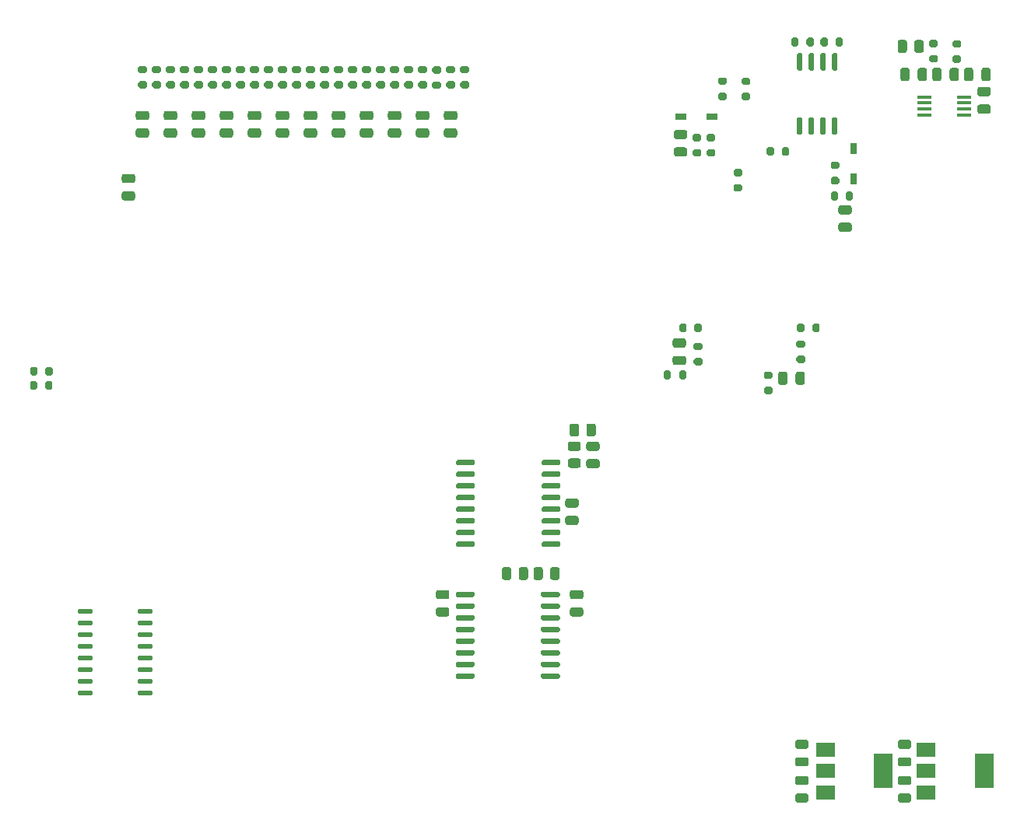
<source format=gtp>
%TF.GenerationSoftware,KiCad,Pcbnew,(5.1.8)-1*%
%TF.CreationDate,2022-01-07T12:39:40-05:00*%
%TF.ProjectId,OCE_L,4f43455f-4c2e-46b6-9963-61645f706362,rev?*%
%TF.SameCoordinates,Original*%
%TF.FileFunction,Paste,Top*%
%TF.FilePolarity,Positive*%
%FSLAX46Y46*%
G04 Gerber Fmt 4.6, Leading zero omitted, Abs format (unit mm)*
G04 Created by KiCad (PCBNEW (5.1.8)-1) date 2022-01-07 12:39:40*
%MOMM*%
%LPD*%
G01*
G04 APERTURE LIST*
%ADD10R,1.524000X0.431800*%
%ADD11R,2.000000X1.500000*%
%ADD12R,2.000000X3.800000*%
%ADD13R,0.762000X1.219200*%
%ADD14R,1.219200X0.762000*%
G04 APERTURE END LIST*
D10*
%TO.C,U8*%
X144132300Y-49540402D03*
X144132300Y-50190400D03*
X144132300Y-50840402D03*
X144132300Y-51490400D03*
X148475700Y-51490400D03*
X148475700Y-50840402D03*
X148475700Y-50190400D03*
X148475700Y-49540402D03*
%TD*%
%TO.C,R12*%
G36*
G01*
X130958000Y-76855000D02*
X130408000Y-76855000D01*
G75*
G02*
X130208000Y-76655000I0J200000D01*
G01*
X130208000Y-76255000D01*
G75*
G02*
X130408000Y-76055000I200000J0D01*
G01*
X130958000Y-76055000D01*
G75*
G02*
X131158000Y-76255000I0J-200000D01*
G01*
X131158000Y-76655000D01*
G75*
G02*
X130958000Y-76855000I-200000J0D01*
G01*
G37*
G36*
G01*
X130958000Y-78505000D02*
X130408000Y-78505000D01*
G75*
G02*
X130208000Y-78305000I0J200000D01*
G01*
X130208000Y-77905000D01*
G75*
G02*
X130408000Y-77705000I200000J0D01*
G01*
X130958000Y-77705000D01*
G75*
G02*
X131158000Y-77905000I0J-200000D01*
G01*
X131158000Y-78305000D01*
G75*
G02*
X130958000Y-78505000I-200000J0D01*
G01*
G37*
%TD*%
D11*
%TO.C,U1*%
X144322000Y-120636000D03*
X144322000Y-125236000D03*
X144322000Y-122936000D03*
D12*
X150622000Y-122936000D03*
%TD*%
D11*
%TO.C,U5*%
X133350000Y-120636000D03*
X133350000Y-125236000D03*
X133350000Y-122936000D03*
D12*
X139650000Y-122936000D03*
%TD*%
%TO.C,U4*%
G36*
G01*
X95230000Y-98097200D02*
X95230000Y-98397200D01*
G75*
G02*
X95080000Y-98547200I-150000J0D01*
G01*
X93330000Y-98547200D01*
G75*
G02*
X93180000Y-98397200I0J150000D01*
G01*
X93180000Y-98097200D01*
G75*
G02*
X93330000Y-97947200I150000J0D01*
G01*
X95080000Y-97947200D01*
G75*
G02*
X95230000Y-98097200I0J-150000D01*
G01*
G37*
G36*
G01*
X95230000Y-96827200D02*
X95230000Y-97127200D01*
G75*
G02*
X95080000Y-97277200I-150000J0D01*
G01*
X93330000Y-97277200D01*
G75*
G02*
X93180000Y-97127200I0J150000D01*
G01*
X93180000Y-96827200D01*
G75*
G02*
X93330000Y-96677200I150000J0D01*
G01*
X95080000Y-96677200D01*
G75*
G02*
X95230000Y-96827200I0J-150000D01*
G01*
G37*
G36*
G01*
X95230000Y-95557200D02*
X95230000Y-95857200D01*
G75*
G02*
X95080000Y-96007200I-150000J0D01*
G01*
X93330000Y-96007200D01*
G75*
G02*
X93180000Y-95857200I0J150000D01*
G01*
X93180000Y-95557200D01*
G75*
G02*
X93330000Y-95407200I150000J0D01*
G01*
X95080000Y-95407200D01*
G75*
G02*
X95230000Y-95557200I0J-150000D01*
G01*
G37*
G36*
G01*
X95230000Y-94287200D02*
X95230000Y-94587200D01*
G75*
G02*
X95080000Y-94737200I-150000J0D01*
G01*
X93330000Y-94737200D01*
G75*
G02*
X93180000Y-94587200I0J150000D01*
G01*
X93180000Y-94287200D01*
G75*
G02*
X93330000Y-94137200I150000J0D01*
G01*
X95080000Y-94137200D01*
G75*
G02*
X95230000Y-94287200I0J-150000D01*
G01*
G37*
G36*
G01*
X95230000Y-93017200D02*
X95230000Y-93317200D01*
G75*
G02*
X95080000Y-93467200I-150000J0D01*
G01*
X93330000Y-93467200D01*
G75*
G02*
X93180000Y-93317200I0J150000D01*
G01*
X93180000Y-93017200D01*
G75*
G02*
X93330000Y-92867200I150000J0D01*
G01*
X95080000Y-92867200D01*
G75*
G02*
X95230000Y-93017200I0J-150000D01*
G01*
G37*
G36*
G01*
X95230000Y-91747200D02*
X95230000Y-92047200D01*
G75*
G02*
X95080000Y-92197200I-150000J0D01*
G01*
X93330000Y-92197200D01*
G75*
G02*
X93180000Y-92047200I0J150000D01*
G01*
X93180000Y-91747200D01*
G75*
G02*
X93330000Y-91597200I150000J0D01*
G01*
X95080000Y-91597200D01*
G75*
G02*
X95230000Y-91747200I0J-150000D01*
G01*
G37*
G36*
G01*
X95230000Y-90477200D02*
X95230000Y-90777200D01*
G75*
G02*
X95080000Y-90927200I-150000J0D01*
G01*
X93330000Y-90927200D01*
G75*
G02*
X93180000Y-90777200I0J150000D01*
G01*
X93180000Y-90477200D01*
G75*
G02*
X93330000Y-90327200I150000J0D01*
G01*
X95080000Y-90327200D01*
G75*
G02*
X95230000Y-90477200I0J-150000D01*
G01*
G37*
G36*
G01*
X95230000Y-89207200D02*
X95230000Y-89507200D01*
G75*
G02*
X95080000Y-89657200I-150000J0D01*
G01*
X93330000Y-89657200D01*
G75*
G02*
X93180000Y-89507200I0J150000D01*
G01*
X93180000Y-89207200D01*
G75*
G02*
X93330000Y-89057200I150000J0D01*
G01*
X95080000Y-89057200D01*
G75*
G02*
X95230000Y-89207200I0J-150000D01*
G01*
G37*
G36*
G01*
X104530000Y-89207200D02*
X104530000Y-89507200D01*
G75*
G02*
X104380000Y-89657200I-150000J0D01*
G01*
X102630000Y-89657200D01*
G75*
G02*
X102480000Y-89507200I0J150000D01*
G01*
X102480000Y-89207200D01*
G75*
G02*
X102630000Y-89057200I150000J0D01*
G01*
X104380000Y-89057200D01*
G75*
G02*
X104530000Y-89207200I0J-150000D01*
G01*
G37*
G36*
G01*
X104530000Y-90477200D02*
X104530000Y-90777200D01*
G75*
G02*
X104380000Y-90927200I-150000J0D01*
G01*
X102630000Y-90927200D01*
G75*
G02*
X102480000Y-90777200I0J150000D01*
G01*
X102480000Y-90477200D01*
G75*
G02*
X102630000Y-90327200I150000J0D01*
G01*
X104380000Y-90327200D01*
G75*
G02*
X104530000Y-90477200I0J-150000D01*
G01*
G37*
G36*
G01*
X104530000Y-91747200D02*
X104530000Y-92047200D01*
G75*
G02*
X104380000Y-92197200I-150000J0D01*
G01*
X102630000Y-92197200D01*
G75*
G02*
X102480000Y-92047200I0J150000D01*
G01*
X102480000Y-91747200D01*
G75*
G02*
X102630000Y-91597200I150000J0D01*
G01*
X104380000Y-91597200D01*
G75*
G02*
X104530000Y-91747200I0J-150000D01*
G01*
G37*
G36*
G01*
X104530000Y-93017200D02*
X104530000Y-93317200D01*
G75*
G02*
X104380000Y-93467200I-150000J0D01*
G01*
X102630000Y-93467200D01*
G75*
G02*
X102480000Y-93317200I0J150000D01*
G01*
X102480000Y-93017200D01*
G75*
G02*
X102630000Y-92867200I150000J0D01*
G01*
X104380000Y-92867200D01*
G75*
G02*
X104530000Y-93017200I0J-150000D01*
G01*
G37*
G36*
G01*
X104530000Y-94287200D02*
X104530000Y-94587200D01*
G75*
G02*
X104380000Y-94737200I-150000J0D01*
G01*
X102630000Y-94737200D01*
G75*
G02*
X102480000Y-94587200I0J150000D01*
G01*
X102480000Y-94287200D01*
G75*
G02*
X102630000Y-94137200I150000J0D01*
G01*
X104380000Y-94137200D01*
G75*
G02*
X104530000Y-94287200I0J-150000D01*
G01*
G37*
G36*
G01*
X104530000Y-95557200D02*
X104530000Y-95857200D01*
G75*
G02*
X104380000Y-96007200I-150000J0D01*
G01*
X102630000Y-96007200D01*
G75*
G02*
X102480000Y-95857200I0J150000D01*
G01*
X102480000Y-95557200D01*
G75*
G02*
X102630000Y-95407200I150000J0D01*
G01*
X104380000Y-95407200D01*
G75*
G02*
X104530000Y-95557200I0J-150000D01*
G01*
G37*
G36*
G01*
X104530000Y-96827200D02*
X104530000Y-97127200D01*
G75*
G02*
X104380000Y-97277200I-150000J0D01*
G01*
X102630000Y-97277200D01*
G75*
G02*
X102480000Y-97127200I0J150000D01*
G01*
X102480000Y-96827200D01*
G75*
G02*
X102630000Y-96677200I150000J0D01*
G01*
X104380000Y-96677200D01*
G75*
G02*
X104530000Y-96827200I0J-150000D01*
G01*
G37*
G36*
G01*
X104530000Y-98097200D02*
X104530000Y-98397200D01*
G75*
G02*
X104380000Y-98547200I-150000J0D01*
G01*
X102630000Y-98547200D01*
G75*
G02*
X102480000Y-98397200I0J150000D01*
G01*
X102480000Y-98097200D01*
G75*
G02*
X102630000Y-97947200I150000J0D01*
G01*
X104380000Y-97947200D01*
G75*
G02*
X104530000Y-98097200I0J-150000D01*
G01*
G37*
%TD*%
%TO.C,C3*%
G36*
G01*
X135034000Y-63238001D02*
X135984000Y-63238001D01*
G75*
G02*
X136234000Y-63488001I0J-250000D01*
G01*
X136234000Y-63988001D01*
G75*
G02*
X135984000Y-64238001I-250000J0D01*
G01*
X135034000Y-64238001D01*
G75*
G02*
X134784000Y-63988001I0J250000D01*
G01*
X134784000Y-63488001D01*
G75*
G02*
X135034000Y-63238001I250000J0D01*
G01*
G37*
G36*
G01*
X135034000Y-61338001D02*
X135984000Y-61338001D01*
G75*
G02*
X136234000Y-61588001I0J-250000D01*
G01*
X136234000Y-62088001D01*
G75*
G02*
X135984000Y-62338001I-250000J0D01*
G01*
X135034000Y-62338001D01*
G75*
G02*
X134784000Y-62088001I0J250000D01*
G01*
X134784000Y-61588001D01*
G75*
G02*
X135034000Y-61338001I250000J0D01*
G01*
G37*
%TD*%
%TO.C,C5*%
G36*
G01*
X117950000Y-76827000D02*
X117000000Y-76827000D01*
G75*
G02*
X116750000Y-76577000I0J250000D01*
G01*
X116750000Y-76077000D01*
G75*
G02*
X117000000Y-75827000I250000J0D01*
G01*
X117950000Y-75827000D01*
G75*
G02*
X118200000Y-76077000I0J-250000D01*
G01*
X118200000Y-76577000D01*
G75*
G02*
X117950000Y-76827000I-250000J0D01*
G01*
G37*
G36*
G01*
X117950000Y-78727000D02*
X117000000Y-78727000D01*
G75*
G02*
X116750000Y-78477000I0J250000D01*
G01*
X116750000Y-77977000D01*
G75*
G02*
X117000000Y-77727000I250000J0D01*
G01*
X117950000Y-77727000D01*
G75*
G02*
X118200000Y-77977000I0J-250000D01*
G01*
X118200000Y-78477000D01*
G75*
G02*
X117950000Y-78727000I-250000J0D01*
G01*
G37*
%TD*%
%TO.C,C6*%
G36*
G01*
X130127200Y-80637400D02*
X130127200Y-79687400D01*
G75*
G02*
X130377200Y-79437400I250000J0D01*
G01*
X130877200Y-79437400D01*
G75*
G02*
X131127200Y-79687400I0J-250000D01*
G01*
X131127200Y-80637400D01*
G75*
G02*
X130877200Y-80887400I-250000J0D01*
G01*
X130377200Y-80887400D01*
G75*
G02*
X130127200Y-80637400I0J250000D01*
G01*
G37*
G36*
G01*
X128227200Y-80637400D02*
X128227200Y-79687400D01*
G75*
G02*
X128477200Y-79437400I250000J0D01*
G01*
X128977200Y-79437400D01*
G75*
G02*
X129227200Y-79687400I0J-250000D01*
G01*
X129227200Y-80637400D01*
G75*
G02*
X128977200Y-80887400I-250000J0D01*
G01*
X128477200Y-80887400D01*
G75*
G02*
X128227200Y-80637400I0J250000D01*
G01*
G37*
%TD*%
%TO.C,C7*%
G36*
G01*
X106266000Y-94241200D02*
X105316000Y-94241200D01*
G75*
G02*
X105066000Y-93991200I0J250000D01*
G01*
X105066000Y-93491200D01*
G75*
G02*
X105316000Y-93241200I250000J0D01*
G01*
X106266000Y-93241200D01*
G75*
G02*
X106516000Y-93491200I0J-250000D01*
G01*
X106516000Y-93991200D01*
G75*
G02*
X106266000Y-94241200I-250000J0D01*
G01*
G37*
G36*
G01*
X106266000Y-96141200D02*
X105316000Y-96141200D01*
G75*
G02*
X105066000Y-95891200I0J250000D01*
G01*
X105066000Y-95391200D01*
G75*
G02*
X105316000Y-95141200I250000J0D01*
G01*
X106266000Y-95141200D01*
G75*
G02*
X106516000Y-95391200I0J-250000D01*
G01*
X106516000Y-95891200D01*
G75*
G02*
X106266000Y-96141200I-250000J0D01*
G01*
G37*
%TD*%
%TO.C,C9*%
G36*
G01*
X58580000Y-52962000D02*
X59530000Y-52962000D01*
G75*
G02*
X59780000Y-53212000I0J-250000D01*
G01*
X59780000Y-53712000D01*
G75*
G02*
X59530000Y-53962000I-250000J0D01*
G01*
X58580000Y-53962000D01*
G75*
G02*
X58330000Y-53712000I0J250000D01*
G01*
X58330000Y-53212000D01*
G75*
G02*
X58580000Y-52962000I250000J0D01*
G01*
G37*
G36*
G01*
X58580000Y-51062000D02*
X59530000Y-51062000D01*
G75*
G02*
X59780000Y-51312000I0J-250000D01*
G01*
X59780000Y-51812000D01*
G75*
G02*
X59530000Y-52062000I-250000J0D01*
G01*
X58580000Y-52062000D01*
G75*
G02*
X58330000Y-51812000I0J250000D01*
G01*
X58330000Y-51312000D01*
G75*
G02*
X58580000Y-51062000I250000J0D01*
G01*
G37*
%TD*%
%TO.C,C10*%
G36*
G01*
X108552000Y-88079200D02*
X107602000Y-88079200D01*
G75*
G02*
X107352000Y-87829200I0J250000D01*
G01*
X107352000Y-87329200D01*
G75*
G02*
X107602000Y-87079200I250000J0D01*
G01*
X108552000Y-87079200D01*
G75*
G02*
X108802000Y-87329200I0J-250000D01*
G01*
X108802000Y-87829200D01*
G75*
G02*
X108552000Y-88079200I-250000J0D01*
G01*
G37*
G36*
G01*
X108552000Y-89979200D02*
X107602000Y-89979200D01*
G75*
G02*
X107352000Y-89729200I0J250000D01*
G01*
X107352000Y-89229200D01*
G75*
G02*
X107602000Y-88979200I250000J0D01*
G01*
X108552000Y-88979200D01*
G75*
G02*
X108802000Y-89229200I0J-250000D01*
G01*
X108802000Y-89729200D01*
G75*
G02*
X108552000Y-89979200I-250000J0D01*
G01*
G37*
%TD*%
%TO.C,C11*%
G36*
G01*
X61628000Y-52962000D02*
X62578000Y-52962000D01*
G75*
G02*
X62828000Y-53212000I0J-250000D01*
G01*
X62828000Y-53712000D01*
G75*
G02*
X62578000Y-53962000I-250000J0D01*
G01*
X61628000Y-53962000D01*
G75*
G02*
X61378000Y-53712000I0J250000D01*
G01*
X61378000Y-53212000D01*
G75*
G02*
X61628000Y-52962000I250000J0D01*
G01*
G37*
G36*
G01*
X61628000Y-51062000D02*
X62578000Y-51062000D01*
G75*
G02*
X62828000Y-51312000I0J-250000D01*
G01*
X62828000Y-51812000D01*
G75*
G02*
X62578000Y-52062000I-250000J0D01*
G01*
X61628000Y-52062000D01*
G75*
G02*
X61378000Y-51812000I0J250000D01*
G01*
X61378000Y-51312000D01*
G75*
G02*
X61628000Y-51062000I250000J0D01*
G01*
G37*
%TD*%
%TO.C,C12*%
G36*
G01*
X64676000Y-52962000D02*
X65626000Y-52962000D01*
G75*
G02*
X65876000Y-53212000I0J-250000D01*
G01*
X65876000Y-53712000D01*
G75*
G02*
X65626000Y-53962000I-250000J0D01*
G01*
X64676000Y-53962000D01*
G75*
G02*
X64426000Y-53712000I0J250000D01*
G01*
X64426000Y-53212000D01*
G75*
G02*
X64676000Y-52962000I250000J0D01*
G01*
G37*
G36*
G01*
X64676000Y-51062000D02*
X65626000Y-51062000D01*
G75*
G02*
X65876000Y-51312000I0J-250000D01*
G01*
X65876000Y-51812000D01*
G75*
G02*
X65626000Y-52062000I-250000J0D01*
G01*
X64676000Y-52062000D01*
G75*
G02*
X64426000Y-51812000I0J250000D01*
G01*
X64426000Y-51312000D01*
G75*
G02*
X64676000Y-51062000I250000J0D01*
G01*
G37*
%TD*%
%TO.C,C13*%
G36*
G01*
X92108000Y-52962000D02*
X93058000Y-52962000D01*
G75*
G02*
X93308000Y-53212000I0J-250000D01*
G01*
X93308000Y-53712000D01*
G75*
G02*
X93058000Y-53962000I-250000J0D01*
G01*
X92108000Y-53962000D01*
G75*
G02*
X91858000Y-53712000I0J250000D01*
G01*
X91858000Y-53212000D01*
G75*
G02*
X92108000Y-52962000I250000J0D01*
G01*
G37*
G36*
G01*
X92108000Y-51062000D02*
X93058000Y-51062000D01*
G75*
G02*
X93308000Y-51312000I0J-250000D01*
G01*
X93308000Y-51812000D01*
G75*
G02*
X93058000Y-52062000I-250000J0D01*
G01*
X92108000Y-52062000D01*
G75*
G02*
X91858000Y-51812000I0J250000D01*
G01*
X91858000Y-51312000D01*
G75*
G02*
X92108000Y-51062000I250000J0D01*
G01*
G37*
%TD*%
%TO.C,C14*%
G36*
G01*
X67724000Y-52962000D02*
X68674000Y-52962000D01*
G75*
G02*
X68924000Y-53212000I0J-250000D01*
G01*
X68924000Y-53712000D01*
G75*
G02*
X68674000Y-53962000I-250000J0D01*
G01*
X67724000Y-53962000D01*
G75*
G02*
X67474000Y-53712000I0J250000D01*
G01*
X67474000Y-53212000D01*
G75*
G02*
X67724000Y-52962000I250000J0D01*
G01*
G37*
G36*
G01*
X67724000Y-51062000D02*
X68674000Y-51062000D01*
G75*
G02*
X68924000Y-51312000I0J-250000D01*
G01*
X68924000Y-51812000D01*
G75*
G02*
X68674000Y-52062000I-250000J0D01*
G01*
X67724000Y-52062000D01*
G75*
G02*
X67474000Y-51812000I0J250000D01*
G01*
X67474000Y-51312000D01*
G75*
G02*
X67724000Y-51062000I250000J0D01*
G01*
G37*
%TD*%
%TO.C,C15*%
G36*
G01*
X89060000Y-52962000D02*
X90010000Y-52962000D01*
G75*
G02*
X90260000Y-53212000I0J-250000D01*
G01*
X90260000Y-53712000D01*
G75*
G02*
X90010000Y-53962000I-250000J0D01*
G01*
X89060000Y-53962000D01*
G75*
G02*
X88810000Y-53712000I0J250000D01*
G01*
X88810000Y-53212000D01*
G75*
G02*
X89060000Y-52962000I250000J0D01*
G01*
G37*
G36*
G01*
X89060000Y-51062000D02*
X90010000Y-51062000D01*
G75*
G02*
X90260000Y-51312000I0J-250000D01*
G01*
X90260000Y-51812000D01*
G75*
G02*
X90010000Y-52062000I-250000J0D01*
G01*
X89060000Y-52062000D01*
G75*
G02*
X88810000Y-51812000I0J250000D01*
G01*
X88810000Y-51312000D01*
G75*
G02*
X89060000Y-51062000I250000J0D01*
G01*
G37*
%TD*%
%TO.C,C16*%
G36*
G01*
X70772000Y-52962000D02*
X71722000Y-52962000D01*
G75*
G02*
X71972000Y-53212000I0J-250000D01*
G01*
X71972000Y-53712000D01*
G75*
G02*
X71722000Y-53962000I-250000J0D01*
G01*
X70772000Y-53962000D01*
G75*
G02*
X70522000Y-53712000I0J250000D01*
G01*
X70522000Y-53212000D01*
G75*
G02*
X70772000Y-52962000I250000J0D01*
G01*
G37*
G36*
G01*
X70772000Y-51062000D02*
X71722000Y-51062000D01*
G75*
G02*
X71972000Y-51312000I0J-250000D01*
G01*
X71972000Y-51812000D01*
G75*
G02*
X71722000Y-52062000I-250000J0D01*
G01*
X70772000Y-52062000D01*
G75*
G02*
X70522000Y-51812000I0J250000D01*
G01*
X70522000Y-51312000D01*
G75*
G02*
X70772000Y-51062000I250000J0D01*
G01*
G37*
%TD*%
%TO.C,C17*%
G36*
G01*
X86012000Y-52962000D02*
X86962000Y-52962000D01*
G75*
G02*
X87212000Y-53212000I0J-250000D01*
G01*
X87212000Y-53712000D01*
G75*
G02*
X86962000Y-53962000I-250000J0D01*
G01*
X86012000Y-53962000D01*
G75*
G02*
X85762000Y-53712000I0J250000D01*
G01*
X85762000Y-53212000D01*
G75*
G02*
X86012000Y-52962000I250000J0D01*
G01*
G37*
G36*
G01*
X86012000Y-51062000D02*
X86962000Y-51062000D01*
G75*
G02*
X87212000Y-51312000I0J-250000D01*
G01*
X87212000Y-51812000D01*
G75*
G02*
X86962000Y-52062000I-250000J0D01*
G01*
X86012000Y-52062000D01*
G75*
G02*
X85762000Y-51812000I0J250000D01*
G01*
X85762000Y-51312000D01*
G75*
G02*
X86012000Y-51062000I250000J0D01*
G01*
G37*
%TD*%
%TO.C,C18*%
G36*
G01*
X82964000Y-52962000D02*
X83914000Y-52962000D01*
G75*
G02*
X84164000Y-53212000I0J-250000D01*
G01*
X84164000Y-53712000D01*
G75*
G02*
X83914000Y-53962000I-250000J0D01*
G01*
X82964000Y-53962000D01*
G75*
G02*
X82714000Y-53712000I0J250000D01*
G01*
X82714000Y-53212000D01*
G75*
G02*
X82964000Y-52962000I250000J0D01*
G01*
G37*
G36*
G01*
X82964000Y-51062000D02*
X83914000Y-51062000D01*
G75*
G02*
X84164000Y-51312000I0J-250000D01*
G01*
X84164000Y-51812000D01*
G75*
G02*
X83914000Y-52062000I-250000J0D01*
G01*
X82964000Y-52062000D01*
G75*
G02*
X82714000Y-51812000I0J250000D01*
G01*
X82714000Y-51312000D01*
G75*
G02*
X82964000Y-51062000I250000J0D01*
G01*
G37*
%TD*%
%TO.C,C19*%
G36*
G01*
X73820000Y-52962000D02*
X74770000Y-52962000D01*
G75*
G02*
X75020000Y-53212000I0J-250000D01*
G01*
X75020000Y-53712000D01*
G75*
G02*
X74770000Y-53962000I-250000J0D01*
G01*
X73820000Y-53962000D01*
G75*
G02*
X73570000Y-53712000I0J250000D01*
G01*
X73570000Y-53212000D01*
G75*
G02*
X73820000Y-52962000I250000J0D01*
G01*
G37*
G36*
G01*
X73820000Y-51062000D02*
X74770000Y-51062000D01*
G75*
G02*
X75020000Y-51312000I0J-250000D01*
G01*
X75020000Y-51812000D01*
G75*
G02*
X74770000Y-52062000I-250000J0D01*
G01*
X73820000Y-52062000D01*
G75*
G02*
X73570000Y-51812000I0J250000D01*
G01*
X73570000Y-51312000D01*
G75*
G02*
X73820000Y-51062000I250000J0D01*
G01*
G37*
%TD*%
%TO.C,C20*%
G36*
G01*
X79916000Y-52962000D02*
X80866000Y-52962000D01*
G75*
G02*
X81116000Y-53212000I0J-250000D01*
G01*
X81116000Y-53712000D01*
G75*
G02*
X80866000Y-53962000I-250000J0D01*
G01*
X79916000Y-53962000D01*
G75*
G02*
X79666000Y-53712000I0J250000D01*
G01*
X79666000Y-53212000D01*
G75*
G02*
X79916000Y-52962000I250000J0D01*
G01*
G37*
G36*
G01*
X79916000Y-51062000D02*
X80866000Y-51062000D01*
G75*
G02*
X81116000Y-51312000I0J-250000D01*
G01*
X81116000Y-51812000D01*
G75*
G02*
X80866000Y-52062000I-250000J0D01*
G01*
X79916000Y-52062000D01*
G75*
G02*
X79666000Y-51812000I0J250000D01*
G01*
X79666000Y-51312000D01*
G75*
G02*
X79916000Y-51062000I250000J0D01*
G01*
G37*
%TD*%
%TO.C,C21*%
G36*
G01*
X76868000Y-52962000D02*
X77818000Y-52962000D01*
G75*
G02*
X78068000Y-53212000I0J-250000D01*
G01*
X78068000Y-53712000D01*
G75*
G02*
X77818000Y-53962000I-250000J0D01*
G01*
X76868000Y-53962000D01*
G75*
G02*
X76618000Y-53712000I0J250000D01*
G01*
X76618000Y-53212000D01*
G75*
G02*
X76868000Y-52962000I250000J0D01*
G01*
G37*
G36*
G01*
X76868000Y-51062000D02*
X77818000Y-51062000D01*
G75*
G02*
X78068000Y-51312000I0J-250000D01*
G01*
X78068000Y-51812000D01*
G75*
G02*
X77818000Y-52062000I-250000J0D01*
G01*
X76868000Y-52062000D01*
G75*
G02*
X76618000Y-51812000I0J250000D01*
G01*
X76618000Y-51312000D01*
G75*
G02*
X76868000Y-51062000I250000J0D01*
G01*
G37*
%TD*%
%TO.C,R22*%
G36*
G01*
X105594999Y-88891700D02*
X106495001Y-88891700D01*
G75*
G02*
X106745000Y-89141699I0J-249999D01*
G01*
X106745000Y-89666701D01*
G75*
G02*
X106495001Y-89916700I-249999J0D01*
G01*
X105594999Y-89916700D01*
G75*
G02*
X105345000Y-89666701I0J249999D01*
G01*
X105345000Y-89141699D01*
G75*
G02*
X105594999Y-88891700I249999J0D01*
G01*
G37*
G36*
G01*
X105594999Y-87066700D02*
X106495001Y-87066700D01*
G75*
G02*
X106745000Y-87316699I0J-249999D01*
G01*
X106745000Y-87841701D01*
G75*
G02*
X106495001Y-88091700I-249999J0D01*
G01*
X105594999Y-88091700D01*
G75*
G02*
X105345000Y-87841701I0J249999D01*
G01*
X105345000Y-87316699D01*
G75*
G02*
X105594999Y-87066700I249999J0D01*
G01*
G37*
%TD*%
%TO.C,R27*%
G36*
G01*
X106557500Y-85351199D02*
X106557500Y-86251201D01*
G75*
G02*
X106307501Y-86501200I-249999J0D01*
G01*
X105782499Y-86501200D01*
G75*
G02*
X105532500Y-86251201I0J249999D01*
G01*
X105532500Y-85351199D01*
G75*
G02*
X105782499Y-85101200I249999J0D01*
G01*
X106307501Y-85101200D01*
G75*
G02*
X106557500Y-85351199I0J-249999D01*
G01*
G37*
G36*
G01*
X108382500Y-85351199D02*
X108382500Y-86251201D01*
G75*
G02*
X108132501Y-86501200I-249999J0D01*
G01*
X107607499Y-86501200D01*
G75*
G02*
X107357500Y-86251201I0J249999D01*
G01*
X107357500Y-85351199D01*
G75*
G02*
X107607499Y-85101200I249999J0D01*
G01*
X108132501Y-85101200D01*
G75*
G02*
X108382500Y-85351199I0J-249999D01*
G01*
G37*
%TD*%
%TO.C,U2*%
G36*
G01*
X53632000Y-114289500D02*
X53632000Y-114564500D01*
G75*
G02*
X53494500Y-114702000I-137500J0D01*
G01*
X52169500Y-114702000D01*
G75*
G02*
X52032000Y-114564500I0J137500D01*
G01*
X52032000Y-114289500D01*
G75*
G02*
X52169500Y-114152000I137500J0D01*
G01*
X53494500Y-114152000D01*
G75*
G02*
X53632000Y-114289500I0J-137500D01*
G01*
G37*
G36*
G01*
X53632000Y-113019500D02*
X53632000Y-113294500D01*
G75*
G02*
X53494500Y-113432000I-137500J0D01*
G01*
X52169500Y-113432000D01*
G75*
G02*
X52032000Y-113294500I0J137500D01*
G01*
X52032000Y-113019500D01*
G75*
G02*
X52169500Y-112882000I137500J0D01*
G01*
X53494500Y-112882000D01*
G75*
G02*
X53632000Y-113019500I0J-137500D01*
G01*
G37*
G36*
G01*
X53632000Y-111749500D02*
X53632000Y-112024500D01*
G75*
G02*
X53494500Y-112162000I-137500J0D01*
G01*
X52169500Y-112162000D01*
G75*
G02*
X52032000Y-112024500I0J137500D01*
G01*
X52032000Y-111749500D01*
G75*
G02*
X52169500Y-111612000I137500J0D01*
G01*
X53494500Y-111612000D01*
G75*
G02*
X53632000Y-111749500I0J-137500D01*
G01*
G37*
G36*
G01*
X53632000Y-110479500D02*
X53632000Y-110754500D01*
G75*
G02*
X53494500Y-110892000I-137500J0D01*
G01*
X52169500Y-110892000D01*
G75*
G02*
X52032000Y-110754500I0J137500D01*
G01*
X52032000Y-110479500D01*
G75*
G02*
X52169500Y-110342000I137500J0D01*
G01*
X53494500Y-110342000D01*
G75*
G02*
X53632000Y-110479500I0J-137500D01*
G01*
G37*
G36*
G01*
X53632000Y-109209500D02*
X53632000Y-109484500D01*
G75*
G02*
X53494500Y-109622000I-137500J0D01*
G01*
X52169500Y-109622000D01*
G75*
G02*
X52032000Y-109484500I0J137500D01*
G01*
X52032000Y-109209500D01*
G75*
G02*
X52169500Y-109072000I137500J0D01*
G01*
X53494500Y-109072000D01*
G75*
G02*
X53632000Y-109209500I0J-137500D01*
G01*
G37*
G36*
G01*
X53632000Y-107939500D02*
X53632000Y-108214500D01*
G75*
G02*
X53494500Y-108352000I-137500J0D01*
G01*
X52169500Y-108352000D01*
G75*
G02*
X52032000Y-108214500I0J137500D01*
G01*
X52032000Y-107939500D01*
G75*
G02*
X52169500Y-107802000I137500J0D01*
G01*
X53494500Y-107802000D01*
G75*
G02*
X53632000Y-107939500I0J-137500D01*
G01*
G37*
G36*
G01*
X53632000Y-106669500D02*
X53632000Y-106944500D01*
G75*
G02*
X53494500Y-107082000I-137500J0D01*
G01*
X52169500Y-107082000D01*
G75*
G02*
X52032000Y-106944500I0J137500D01*
G01*
X52032000Y-106669500D01*
G75*
G02*
X52169500Y-106532000I137500J0D01*
G01*
X53494500Y-106532000D01*
G75*
G02*
X53632000Y-106669500I0J-137500D01*
G01*
G37*
G36*
G01*
X53632000Y-105399500D02*
X53632000Y-105674500D01*
G75*
G02*
X53494500Y-105812000I-137500J0D01*
G01*
X52169500Y-105812000D01*
G75*
G02*
X52032000Y-105674500I0J137500D01*
G01*
X52032000Y-105399500D01*
G75*
G02*
X52169500Y-105262000I137500J0D01*
G01*
X53494500Y-105262000D01*
G75*
G02*
X53632000Y-105399500I0J-137500D01*
G01*
G37*
G36*
G01*
X60132000Y-105399500D02*
X60132000Y-105674500D01*
G75*
G02*
X59994500Y-105812000I-137500J0D01*
G01*
X58669500Y-105812000D01*
G75*
G02*
X58532000Y-105674500I0J137500D01*
G01*
X58532000Y-105399500D01*
G75*
G02*
X58669500Y-105262000I137500J0D01*
G01*
X59994500Y-105262000D01*
G75*
G02*
X60132000Y-105399500I0J-137500D01*
G01*
G37*
G36*
G01*
X60132000Y-106669500D02*
X60132000Y-106944500D01*
G75*
G02*
X59994500Y-107082000I-137500J0D01*
G01*
X58669500Y-107082000D01*
G75*
G02*
X58532000Y-106944500I0J137500D01*
G01*
X58532000Y-106669500D01*
G75*
G02*
X58669500Y-106532000I137500J0D01*
G01*
X59994500Y-106532000D01*
G75*
G02*
X60132000Y-106669500I0J-137500D01*
G01*
G37*
G36*
G01*
X60132000Y-107939500D02*
X60132000Y-108214500D01*
G75*
G02*
X59994500Y-108352000I-137500J0D01*
G01*
X58669500Y-108352000D01*
G75*
G02*
X58532000Y-108214500I0J137500D01*
G01*
X58532000Y-107939500D01*
G75*
G02*
X58669500Y-107802000I137500J0D01*
G01*
X59994500Y-107802000D01*
G75*
G02*
X60132000Y-107939500I0J-137500D01*
G01*
G37*
G36*
G01*
X60132000Y-109209500D02*
X60132000Y-109484500D01*
G75*
G02*
X59994500Y-109622000I-137500J0D01*
G01*
X58669500Y-109622000D01*
G75*
G02*
X58532000Y-109484500I0J137500D01*
G01*
X58532000Y-109209500D01*
G75*
G02*
X58669500Y-109072000I137500J0D01*
G01*
X59994500Y-109072000D01*
G75*
G02*
X60132000Y-109209500I0J-137500D01*
G01*
G37*
G36*
G01*
X60132000Y-110479500D02*
X60132000Y-110754500D01*
G75*
G02*
X59994500Y-110892000I-137500J0D01*
G01*
X58669500Y-110892000D01*
G75*
G02*
X58532000Y-110754500I0J137500D01*
G01*
X58532000Y-110479500D01*
G75*
G02*
X58669500Y-110342000I137500J0D01*
G01*
X59994500Y-110342000D01*
G75*
G02*
X60132000Y-110479500I0J-137500D01*
G01*
G37*
G36*
G01*
X60132000Y-111749500D02*
X60132000Y-112024500D01*
G75*
G02*
X59994500Y-112162000I-137500J0D01*
G01*
X58669500Y-112162000D01*
G75*
G02*
X58532000Y-112024500I0J137500D01*
G01*
X58532000Y-111749500D01*
G75*
G02*
X58669500Y-111612000I137500J0D01*
G01*
X59994500Y-111612000D01*
G75*
G02*
X60132000Y-111749500I0J-137500D01*
G01*
G37*
G36*
G01*
X60132000Y-113019500D02*
X60132000Y-113294500D01*
G75*
G02*
X59994500Y-113432000I-137500J0D01*
G01*
X58669500Y-113432000D01*
G75*
G02*
X58532000Y-113294500I0J137500D01*
G01*
X58532000Y-113019500D01*
G75*
G02*
X58669500Y-112882000I137500J0D01*
G01*
X59994500Y-112882000D01*
G75*
G02*
X60132000Y-113019500I0J-137500D01*
G01*
G37*
G36*
G01*
X60132000Y-114289500D02*
X60132000Y-114564500D01*
G75*
G02*
X59994500Y-114702000I-137500J0D01*
G01*
X58669500Y-114702000D01*
G75*
G02*
X58532000Y-114564500I0J137500D01*
G01*
X58532000Y-114289500D01*
G75*
G02*
X58669500Y-114152000I137500J0D01*
G01*
X59994500Y-114152000D01*
G75*
G02*
X60132000Y-114289500I0J-137500D01*
G01*
G37*
%TD*%
%TO.C,C22*%
G36*
G01*
X58006000Y-58920000D02*
X57056000Y-58920000D01*
G75*
G02*
X56806000Y-58670000I0J250000D01*
G01*
X56806000Y-58170000D01*
G75*
G02*
X57056000Y-57920000I250000J0D01*
G01*
X58006000Y-57920000D01*
G75*
G02*
X58256000Y-58170000I0J-250000D01*
G01*
X58256000Y-58670000D01*
G75*
G02*
X58006000Y-58920000I-250000J0D01*
G01*
G37*
G36*
G01*
X58006000Y-60820000D02*
X57056000Y-60820000D01*
G75*
G02*
X56806000Y-60570000I0J250000D01*
G01*
X56806000Y-60070000D01*
G75*
G02*
X57056000Y-59820000I250000J0D01*
G01*
X58006000Y-59820000D01*
G75*
G02*
X58256000Y-60070000I0J-250000D01*
G01*
X58256000Y-60570000D01*
G75*
G02*
X58006000Y-60820000I-250000J0D01*
G01*
G37*
%TD*%
%TO.C,C1*%
G36*
G01*
X131285000Y-124452000D02*
X130335000Y-124452000D01*
G75*
G02*
X130085000Y-124202000I0J250000D01*
G01*
X130085000Y-123702000D01*
G75*
G02*
X130335000Y-123452000I250000J0D01*
G01*
X131285000Y-123452000D01*
G75*
G02*
X131535000Y-123702000I0J-250000D01*
G01*
X131535000Y-124202000D01*
G75*
G02*
X131285000Y-124452000I-250000J0D01*
G01*
G37*
G36*
G01*
X131285000Y-126352000D02*
X130335000Y-126352000D01*
G75*
G02*
X130085000Y-126102000I0J250000D01*
G01*
X130085000Y-125602000D01*
G75*
G02*
X130335000Y-125352000I250000J0D01*
G01*
X131285000Y-125352000D01*
G75*
G02*
X131535000Y-125602000I0J-250000D01*
G01*
X131535000Y-126102000D01*
G75*
G02*
X131285000Y-126352000I-250000J0D01*
G01*
G37*
%TD*%
%TO.C,C2*%
G36*
G01*
X141511000Y-125352000D02*
X142461000Y-125352000D01*
G75*
G02*
X142711000Y-125602000I0J-250000D01*
G01*
X142711000Y-126102000D01*
G75*
G02*
X142461000Y-126352000I-250000J0D01*
G01*
X141511000Y-126352000D01*
G75*
G02*
X141261000Y-126102000I0J250000D01*
G01*
X141261000Y-125602000D01*
G75*
G02*
X141511000Y-125352000I250000J0D01*
G01*
G37*
G36*
G01*
X141511000Y-123452000D02*
X142461000Y-123452000D01*
G75*
G02*
X142711000Y-123702000I0J-250000D01*
G01*
X142711000Y-124202000D01*
G75*
G02*
X142461000Y-124452000I-250000J0D01*
G01*
X141511000Y-124452000D01*
G75*
G02*
X141261000Y-124202000I0J250000D01*
G01*
X141261000Y-123702000D01*
G75*
G02*
X141511000Y-123452000I250000J0D01*
G01*
G37*
%TD*%
%TO.C,C23*%
G36*
G01*
X142461000Y-120520000D02*
X141511000Y-120520000D01*
G75*
G02*
X141261000Y-120270000I0J250000D01*
G01*
X141261000Y-119770000D01*
G75*
G02*
X141511000Y-119520000I250000J0D01*
G01*
X142461000Y-119520000D01*
G75*
G02*
X142711000Y-119770000I0J-250000D01*
G01*
X142711000Y-120270000D01*
G75*
G02*
X142461000Y-120520000I-250000J0D01*
G01*
G37*
G36*
G01*
X142461000Y-122420000D02*
X141511000Y-122420000D01*
G75*
G02*
X141261000Y-122170000I0J250000D01*
G01*
X141261000Y-121670000D01*
G75*
G02*
X141511000Y-121420000I250000J0D01*
G01*
X142461000Y-121420000D01*
G75*
G02*
X142711000Y-121670000I0J-250000D01*
G01*
X142711000Y-122170000D01*
G75*
G02*
X142461000Y-122420000I-250000J0D01*
G01*
G37*
%TD*%
%TO.C,C24*%
G36*
G01*
X130335000Y-121420000D02*
X131285000Y-121420000D01*
G75*
G02*
X131535000Y-121670000I0J-250000D01*
G01*
X131535000Y-122170000D01*
G75*
G02*
X131285000Y-122420000I-250000J0D01*
G01*
X130335000Y-122420000D01*
G75*
G02*
X130085000Y-122170000I0J250000D01*
G01*
X130085000Y-121670000D01*
G75*
G02*
X130335000Y-121420000I250000J0D01*
G01*
G37*
G36*
G01*
X130335000Y-119520000D02*
X131285000Y-119520000D01*
G75*
G02*
X131535000Y-119770000I0J-250000D01*
G01*
X131535000Y-120270000D01*
G75*
G02*
X131285000Y-120520000I-250000J0D01*
G01*
X130335000Y-120520000D01*
G75*
G02*
X130085000Y-120270000I0J250000D01*
G01*
X130085000Y-119770000D01*
G75*
G02*
X130335000Y-119520000I250000J0D01*
G01*
G37*
%TD*%
%TO.C,R2*%
G36*
G01*
X127782000Y-55198600D02*
X127782000Y-55748600D01*
G75*
G02*
X127582000Y-55948600I-200000J0D01*
G01*
X127182000Y-55948600D01*
G75*
G02*
X126982000Y-55748600I0J200000D01*
G01*
X126982000Y-55198600D01*
G75*
G02*
X127182000Y-54998600I200000J0D01*
G01*
X127582000Y-54998600D01*
G75*
G02*
X127782000Y-55198600I0J-200000D01*
G01*
G37*
G36*
G01*
X129432000Y-55198600D02*
X129432000Y-55748600D01*
G75*
G02*
X129232000Y-55948600I-200000J0D01*
G01*
X128832000Y-55948600D01*
G75*
G02*
X128632000Y-55748600I0J200000D01*
G01*
X128632000Y-55198600D01*
G75*
G02*
X128832000Y-54998600I200000J0D01*
G01*
X129232000Y-54998600D01*
G75*
G02*
X129432000Y-55198600I0J-200000D01*
G01*
G37*
%TD*%
%TO.C,R5*%
G36*
G01*
X124125400Y-58186000D02*
X123575400Y-58186000D01*
G75*
G02*
X123375400Y-57986000I0J200000D01*
G01*
X123375400Y-57586000D01*
G75*
G02*
X123575400Y-57386000I200000J0D01*
G01*
X124125400Y-57386000D01*
G75*
G02*
X124325400Y-57586000I0J-200000D01*
G01*
X124325400Y-57986000D01*
G75*
G02*
X124125400Y-58186000I-200000J0D01*
G01*
G37*
G36*
G01*
X124125400Y-59836000D02*
X123575400Y-59836000D01*
G75*
G02*
X123375400Y-59636000I0J200000D01*
G01*
X123375400Y-59236000D01*
G75*
G02*
X123575400Y-59036000I200000J0D01*
G01*
X124125400Y-59036000D01*
G75*
G02*
X124325400Y-59236000I0J-200000D01*
G01*
X124325400Y-59636000D01*
G75*
G02*
X124125400Y-59836000I-200000J0D01*
G01*
G37*
%TD*%
%TO.C,R7*%
G36*
G01*
X118257000Y-74401000D02*
X118257000Y-74951000D01*
G75*
G02*
X118057000Y-75151000I-200000J0D01*
G01*
X117657000Y-75151000D01*
G75*
G02*
X117457000Y-74951000I0J200000D01*
G01*
X117457000Y-74401000D01*
G75*
G02*
X117657000Y-74201000I200000J0D01*
G01*
X118057000Y-74201000D01*
G75*
G02*
X118257000Y-74401000I0J-200000D01*
G01*
G37*
G36*
G01*
X119907000Y-74401000D02*
X119907000Y-74951000D01*
G75*
G02*
X119707000Y-75151000I-200000J0D01*
G01*
X119307000Y-75151000D01*
G75*
G02*
X119107000Y-74951000I0J200000D01*
G01*
X119107000Y-74401000D01*
G75*
G02*
X119307000Y-74201000I200000J0D01*
G01*
X119707000Y-74201000D01*
G75*
G02*
X119907000Y-74401000I0J-200000D01*
G01*
G37*
%TD*%
%TO.C,R8*%
G36*
G01*
X116579600Y-79531800D02*
X116579600Y-80081800D01*
G75*
G02*
X116379600Y-80281800I-200000J0D01*
G01*
X115979600Y-80281800D01*
G75*
G02*
X115779600Y-80081800I0J200000D01*
G01*
X115779600Y-79531800D01*
G75*
G02*
X115979600Y-79331800I200000J0D01*
G01*
X116379600Y-79331800D01*
G75*
G02*
X116579600Y-79531800I0J-200000D01*
G01*
G37*
G36*
G01*
X118229600Y-79531800D02*
X118229600Y-80081800D01*
G75*
G02*
X118029600Y-80281800I-200000J0D01*
G01*
X117629600Y-80281800D01*
G75*
G02*
X117429600Y-80081800I0J200000D01*
G01*
X117429600Y-79531800D01*
G75*
G02*
X117629600Y-79331800I200000J0D01*
G01*
X118029600Y-79331800D01*
G75*
G02*
X118229600Y-79531800I0J-200000D01*
G01*
G37*
%TD*%
%TO.C,R9*%
G36*
G01*
X119782000Y-77109000D02*
X119232000Y-77109000D01*
G75*
G02*
X119032000Y-76909000I0J200000D01*
G01*
X119032000Y-76509000D01*
G75*
G02*
X119232000Y-76309000I200000J0D01*
G01*
X119782000Y-76309000D01*
G75*
G02*
X119982000Y-76509000I0J-200000D01*
G01*
X119982000Y-76909000D01*
G75*
G02*
X119782000Y-77109000I-200000J0D01*
G01*
G37*
G36*
G01*
X119782000Y-78759000D02*
X119232000Y-78759000D01*
G75*
G02*
X119032000Y-78559000I0J200000D01*
G01*
X119032000Y-78159000D01*
G75*
G02*
X119232000Y-77959000I200000J0D01*
G01*
X119782000Y-77959000D01*
G75*
G02*
X119982000Y-78159000I0J-200000D01*
G01*
X119982000Y-78559000D01*
G75*
G02*
X119782000Y-78759000I-200000J0D01*
G01*
G37*
%TD*%
%TO.C,R10*%
G36*
G01*
X131934000Y-74951000D02*
X131934000Y-74401000D01*
G75*
G02*
X132134000Y-74201000I200000J0D01*
G01*
X132534000Y-74201000D01*
G75*
G02*
X132734000Y-74401000I0J-200000D01*
G01*
X132734000Y-74951000D01*
G75*
G02*
X132534000Y-75151000I-200000J0D01*
G01*
X132134000Y-75151000D01*
G75*
G02*
X131934000Y-74951000I0J200000D01*
G01*
G37*
G36*
G01*
X130284000Y-74951000D02*
X130284000Y-74401000D01*
G75*
G02*
X130484000Y-74201000I200000J0D01*
G01*
X130884000Y-74201000D01*
G75*
G02*
X131084000Y-74401000I0J-200000D01*
G01*
X131084000Y-74951000D01*
G75*
G02*
X130884000Y-75151000I-200000J0D01*
G01*
X130484000Y-75151000D01*
G75*
G02*
X130284000Y-74951000I0J200000D01*
G01*
G37*
%TD*%
%TO.C,R11*%
G36*
G01*
X126877400Y-81083200D02*
X127427400Y-81083200D01*
G75*
G02*
X127627400Y-81283200I0J-200000D01*
G01*
X127627400Y-81683200D01*
G75*
G02*
X127427400Y-81883200I-200000J0D01*
G01*
X126877400Y-81883200D01*
G75*
G02*
X126677400Y-81683200I0J200000D01*
G01*
X126677400Y-81283200D01*
G75*
G02*
X126877400Y-81083200I200000J0D01*
G01*
G37*
G36*
G01*
X126877400Y-79433200D02*
X127427400Y-79433200D01*
G75*
G02*
X127627400Y-79633200I0J-200000D01*
G01*
X127627400Y-80033200D01*
G75*
G02*
X127427400Y-80233200I-200000J0D01*
G01*
X126877400Y-80233200D01*
G75*
G02*
X126677400Y-80033200I0J200000D01*
G01*
X126677400Y-79633200D01*
G75*
G02*
X126877400Y-79433200I200000J0D01*
G01*
G37*
%TD*%
%TO.C,R13*%
G36*
G01*
X58780000Y-47819500D02*
X59330000Y-47819500D01*
G75*
G02*
X59530000Y-48019500I0J-200000D01*
G01*
X59530000Y-48419500D01*
G75*
G02*
X59330000Y-48619500I-200000J0D01*
G01*
X58780000Y-48619500D01*
G75*
G02*
X58580000Y-48419500I0J200000D01*
G01*
X58580000Y-48019500D01*
G75*
G02*
X58780000Y-47819500I200000J0D01*
G01*
G37*
G36*
G01*
X58780000Y-46169500D02*
X59330000Y-46169500D01*
G75*
G02*
X59530000Y-46369500I0J-200000D01*
G01*
X59530000Y-46769500D01*
G75*
G02*
X59330000Y-46969500I-200000J0D01*
G01*
X58780000Y-46969500D01*
G75*
G02*
X58580000Y-46769500I0J200000D01*
G01*
X58580000Y-46369500D01*
G75*
G02*
X58780000Y-46169500I200000J0D01*
G01*
G37*
%TD*%
%TO.C,R15*%
G36*
G01*
X61828000Y-47819500D02*
X62378000Y-47819500D01*
G75*
G02*
X62578000Y-48019500I0J-200000D01*
G01*
X62578000Y-48419500D01*
G75*
G02*
X62378000Y-48619500I-200000J0D01*
G01*
X61828000Y-48619500D01*
G75*
G02*
X61628000Y-48419500I0J200000D01*
G01*
X61628000Y-48019500D01*
G75*
G02*
X61828000Y-47819500I200000J0D01*
G01*
G37*
G36*
G01*
X61828000Y-46169500D02*
X62378000Y-46169500D01*
G75*
G02*
X62578000Y-46369500I0J-200000D01*
G01*
X62578000Y-46769500D01*
G75*
G02*
X62378000Y-46969500I-200000J0D01*
G01*
X61828000Y-46969500D01*
G75*
G02*
X61628000Y-46769500I0J200000D01*
G01*
X61628000Y-46369500D01*
G75*
G02*
X61828000Y-46169500I200000J0D01*
G01*
G37*
%TD*%
%TO.C,R16*%
G36*
G01*
X64876000Y-47819500D02*
X65426000Y-47819500D01*
G75*
G02*
X65626000Y-48019500I0J-200000D01*
G01*
X65626000Y-48419500D01*
G75*
G02*
X65426000Y-48619500I-200000J0D01*
G01*
X64876000Y-48619500D01*
G75*
G02*
X64676000Y-48419500I0J200000D01*
G01*
X64676000Y-48019500D01*
G75*
G02*
X64876000Y-47819500I200000J0D01*
G01*
G37*
G36*
G01*
X64876000Y-46169500D02*
X65426000Y-46169500D01*
G75*
G02*
X65626000Y-46369500I0J-200000D01*
G01*
X65626000Y-46769500D01*
G75*
G02*
X65426000Y-46969500I-200000J0D01*
G01*
X64876000Y-46969500D01*
G75*
G02*
X64676000Y-46769500I0J200000D01*
G01*
X64676000Y-46369500D01*
G75*
G02*
X64876000Y-46169500I200000J0D01*
G01*
G37*
%TD*%
%TO.C,R17*%
G36*
G01*
X92308000Y-47819500D02*
X92858000Y-47819500D01*
G75*
G02*
X93058000Y-48019500I0J-200000D01*
G01*
X93058000Y-48419500D01*
G75*
G02*
X92858000Y-48619500I-200000J0D01*
G01*
X92308000Y-48619500D01*
G75*
G02*
X92108000Y-48419500I0J200000D01*
G01*
X92108000Y-48019500D01*
G75*
G02*
X92308000Y-47819500I200000J0D01*
G01*
G37*
G36*
G01*
X92308000Y-46169500D02*
X92858000Y-46169500D01*
G75*
G02*
X93058000Y-46369500I0J-200000D01*
G01*
X93058000Y-46769500D01*
G75*
G02*
X92858000Y-46969500I-200000J0D01*
G01*
X92308000Y-46969500D01*
G75*
G02*
X92108000Y-46769500I0J200000D01*
G01*
X92108000Y-46369500D01*
G75*
G02*
X92308000Y-46169500I200000J0D01*
G01*
G37*
%TD*%
%TO.C,R18*%
G36*
G01*
X67924000Y-47819500D02*
X68474000Y-47819500D01*
G75*
G02*
X68674000Y-48019500I0J-200000D01*
G01*
X68674000Y-48419500D01*
G75*
G02*
X68474000Y-48619500I-200000J0D01*
G01*
X67924000Y-48619500D01*
G75*
G02*
X67724000Y-48419500I0J200000D01*
G01*
X67724000Y-48019500D01*
G75*
G02*
X67924000Y-47819500I200000J0D01*
G01*
G37*
G36*
G01*
X67924000Y-46169500D02*
X68474000Y-46169500D01*
G75*
G02*
X68674000Y-46369500I0J-200000D01*
G01*
X68674000Y-46769500D01*
G75*
G02*
X68474000Y-46969500I-200000J0D01*
G01*
X67924000Y-46969500D01*
G75*
G02*
X67724000Y-46769500I0J200000D01*
G01*
X67724000Y-46369500D01*
G75*
G02*
X67924000Y-46169500I200000J0D01*
G01*
G37*
%TD*%
%TO.C,R19*%
G36*
G01*
X89260000Y-47819500D02*
X89810000Y-47819500D01*
G75*
G02*
X90010000Y-48019500I0J-200000D01*
G01*
X90010000Y-48419500D01*
G75*
G02*
X89810000Y-48619500I-200000J0D01*
G01*
X89260000Y-48619500D01*
G75*
G02*
X89060000Y-48419500I0J200000D01*
G01*
X89060000Y-48019500D01*
G75*
G02*
X89260000Y-47819500I200000J0D01*
G01*
G37*
G36*
G01*
X89260000Y-46169500D02*
X89810000Y-46169500D01*
G75*
G02*
X90010000Y-46369500I0J-200000D01*
G01*
X90010000Y-46769500D01*
G75*
G02*
X89810000Y-46969500I-200000J0D01*
G01*
X89260000Y-46969500D01*
G75*
G02*
X89060000Y-46769500I0J200000D01*
G01*
X89060000Y-46369500D01*
G75*
G02*
X89260000Y-46169500I200000J0D01*
G01*
G37*
%TD*%
%TO.C,R20*%
G36*
G01*
X70972000Y-47819500D02*
X71522000Y-47819500D01*
G75*
G02*
X71722000Y-48019500I0J-200000D01*
G01*
X71722000Y-48419500D01*
G75*
G02*
X71522000Y-48619500I-200000J0D01*
G01*
X70972000Y-48619500D01*
G75*
G02*
X70772000Y-48419500I0J200000D01*
G01*
X70772000Y-48019500D01*
G75*
G02*
X70972000Y-47819500I200000J0D01*
G01*
G37*
G36*
G01*
X70972000Y-46169500D02*
X71522000Y-46169500D01*
G75*
G02*
X71722000Y-46369500I0J-200000D01*
G01*
X71722000Y-46769500D01*
G75*
G02*
X71522000Y-46969500I-200000J0D01*
G01*
X70972000Y-46969500D01*
G75*
G02*
X70772000Y-46769500I0J200000D01*
G01*
X70772000Y-46369500D01*
G75*
G02*
X70972000Y-46169500I200000J0D01*
G01*
G37*
%TD*%
%TO.C,R21*%
G36*
G01*
X86212000Y-47819500D02*
X86762000Y-47819500D01*
G75*
G02*
X86962000Y-48019500I0J-200000D01*
G01*
X86962000Y-48419500D01*
G75*
G02*
X86762000Y-48619500I-200000J0D01*
G01*
X86212000Y-48619500D01*
G75*
G02*
X86012000Y-48419500I0J200000D01*
G01*
X86012000Y-48019500D01*
G75*
G02*
X86212000Y-47819500I200000J0D01*
G01*
G37*
G36*
G01*
X86212000Y-46169500D02*
X86762000Y-46169500D01*
G75*
G02*
X86962000Y-46369500I0J-200000D01*
G01*
X86962000Y-46769500D01*
G75*
G02*
X86762000Y-46969500I-200000J0D01*
G01*
X86212000Y-46969500D01*
G75*
G02*
X86012000Y-46769500I0J200000D01*
G01*
X86012000Y-46369500D01*
G75*
G02*
X86212000Y-46169500I200000J0D01*
G01*
G37*
%TD*%
%TO.C,R23*%
G36*
G01*
X83164000Y-47819500D02*
X83714000Y-47819500D01*
G75*
G02*
X83914000Y-48019500I0J-200000D01*
G01*
X83914000Y-48419500D01*
G75*
G02*
X83714000Y-48619500I-200000J0D01*
G01*
X83164000Y-48619500D01*
G75*
G02*
X82964000Y-48419500I0J200000D01*
G01*
X82964000Y-48019500D01*
G75*
G02*
X83164000Y-47819500I200000J0D01*
G01*
G37*
G36*
G01*
X83164000Y-46169500D02*
X83714000Y-46169500D01*
G75*
G02*
X83914000Y-46369500I0J-200000D01*
G01*
X83914000Y-46769500D01*
G75*
G02*
X83714000Y-46969500I-200000J0D01*
G01*
X83164000Y-46969500D01*
G75*
G02*
X82964000Y-46769500I0J200000D01*
G01*
X82964000Y-46369500D01*
G75*
G02*
X83164000Y-46169500I200000J0D01*
G01*
G37*
%TD*%
%TO.C,R24*%
G36*
G01*
X74020000Y-47819500D02*
X74570000Y-47819500D01*
G75*
G02*
X74770000Y-48019500I0J-200000D01*
G01*
X74770000Y-48419500D01*
G75*
G02*
X74570000Y-48619500I-200000J0D01*
G01*
X74020000Y-48619500D01*
G75*
G02*
X73820000Y-48419500I0J200000D01*
G01*
X73820000Y-48019500D01*
G75*
G02*
X74020000Y-47819500I200000J0D01*
G01*
G37*
G36*
G01*
X74020000Y-46169500D02*
X74570000Y-46169500D01*
G75*
G02*
X74770000Y-46369500I0J-200000D01*
G01*
X74770000Y-46769500D01*
G75*
G02*
X74570000Y-46969500I-200000J0D01*
G01*
X74020000Y-46969500D01*
G75*
G02*
X73820000Y-46769500I0J200000D01*
G01*
X73820000Y-46369500D01*
G75*
G02*
X74020000Y-46169500I200000J0D01*
G01*
G37*
%TD*%
%TO.C,R25*%
G36*
G01*
X80116000Y-47819500D02*
X80666000Y-47819500D01*
G75*
G02*
X80866000Y-48019500I0J-200000D01*
G01*
X80866000Y-48419500D01*
G75*
G02*
X80666000Y-48619500I-200000J0D01*
G01*
X80116000Y-48619500D01*
G75*
G02*
X79916000Y-48419500I0J200000D01*
G01*
X79916000Y-48019500D01*
G75*
G02*
X80116000Y-47819500I200000J0D01*
G01*
G37*
G36*
G01*
X80116000Y-46169500D02*
X80666000Y-46169500D01*
G75*
G02*
X80866000Y-46369500I0J-200000D01*
G01*
X80866000Y-46769500D01*
G75*
G02*
X80666000Y-46969500I-200000J0D01*
G01*
X80116000Y-46969500D01*
G75*
G02*
X79916000Y-46769500I0J200000D01*
G01*
X79916000Y-46369500D01*
G75*
G02*
X80116000Y-46169500I200000J0D01*
G01*
G37*
%TD*%
%TO.C,R26*%
G36*
G01*
X77068000Y-47819500D02*
X77618000Y-47819500D01*
G75*
G02*
X77818000Y-48019500I0J-200000D01*
G01*
X77818000Y-48419500D01*
G75*
G02*
X77618000Y-48619500I-200000J0D01*
G01*
X77068000Y-48619500D01*
G75*
G02*
X76868000Y-48419500I0J200000D01*
G01*
X76868000Y-48019500D01*
G75*
G02*
X77068000Y-47819500I200000J0D01*
G01*
G37*
G36*
G01*
X77068000Y-46169500D02*
X77618000Y-46169500D01*
G75*
G02*
X77818000Y-46369500I0J-200000D01*
G01*
X77818000Y-46769500D01*
G75*
G02*
X77618000Y-46969500I-200000J0D01*
G01*
X77068000Y-46969500D01*
G75*
G02*
X76868000Y-46769500I0J200000D01*
G01*
X76868000Y-46369500D01*
G75*
G02*
X77068000Y-46169500I200000J0D01*
G01*
G37*
%TD*%
%TO.C,R28*%
G36*
G01*
X93832000Y-47819500D02*
X94382000Y-47819500D01*
G75*
G02*
X94582000Y-48019500I0J-200000D01*
G01*
X94582000Y-48419500D01*
G75*
G02*
X94382000Y-48619500I-200000J0D01*
G01*
X93832000Y-48619500D01*
G75*
G02*
X93632000Y-48419500I0J200000D01*
G01*
X93632000Y-48019500D01*
G75*
G02*
X93832000Y-47819500I200000J0D01*
G01*
G37*
G36*
G01*
X93832000Y-46169500D02*
X94382000Y-46169500D01*
G75*
G02*
X94582000Y-46369500I0J-200000D01*
G01*
X94582000Y-46769500D01*
G75*
G02*
X94382000Y-46969500I-200000J0D01*
G01*
X93832000Y-46969500D01*
G75*
G02*
X93632000Y-46769500I0J200000D01*
G01*
X93632000Y-46369500D01*
G75*
G02*
X93832000Y-46169500I200000J0D01*
G01*
G37*
%TD*%
%TO.C,R29*%
G36*
G01*
X90784000Y-47860000D02*
X91334000Y-47860000D01*
G75*
G02*
X91534000Y-48060000I0J-200000D01*
G01*
X91534000Y-48460000D01*
G75*
G02*
X91334000Y-48660000I-200000J0D01*
G01*
X90784000Y-48660000D01*
G75*
G02*
X90584000Y-48460000I0J200000D01*
G01*
X90584000Y-48060000D01*
G75*
G02*
X90784000Y-47860000I200000J0D01*
G01*
G37*
G36*
G01*
X90784000Y-46210000D02*
X91334000Y-46210000D01*
G75*
G02*
X91534000Y-46410000I0J-200000D01*
G01*
X91534000Y-46810000D01*
G75*
G02*
X91334000Y-47010000I-200000J0D01*
G01*
X90784000Y-47010000D01*
G75*
G02*
X90584000Y-46810000I0J200000D01*
G01*
X90584000Y-46410000D01*
G75*
G02*
X90784000Y-46210000I200000J0D01*
G01*
G37*
%TD*%
%TO.C,R30*%
G36*
G01*
X87736000Y-47819500D02*
X88286000Y-47819500D01*
G75*
G02*
X88486000Y-48019500I0J-200000D01*
G01*
X88486000Y-48419500D01*
G75*
G02*
X88286000Y-48619500I-200000J0D01*
G01*
X87736000Y-48619500D01*
G75*
G02*
X87536000Y-48419500I0J200000D01*
G01*
X87536000Y-48019500D01*
G75*
G02*
X87736000Y-47819500I200000J0D01*
G01*
G37*
G36*
G01*
X87736000Y-46169500D02*
X88286000Y-46169500D01*
G75*
G02*
X88486000Y-46369500I0J-200000D01*
G01*
X88486000Y-46769500D01*
G75*
G02*
X88286000Y-46969500I-200000J0D01*
G01*
X87736000Y-46969500D01*
G75*
G02*
X87536000Y-46769500I0J200000D01*
G01*
X87536000Y-46369500D01*
G75*
G02*
X87736000Y-46169500I200000J0D01*
G01*
G37*
%TD*%
%TO.C,R31*%
G36*
G01*
X84688000Y-47819500D02*
X85238000Y-47819500D01*
G75*
G02*
X85438000Y-48019500I0J-200000D01*
G01*
X85438000Y-48419500D01*
G75*
G02*
X85238000Y-48619500I-200000J0D01*
G01*
X84688000Y-48619500D01*
G75*
G02*
X84488000Y-48419500I0J200000D01*
G01*
X84488000Y-48019500D01*
G75*
G02*
X84688000Y-47819500I200000J0D01*
G01*
G37*
G36*
G01*
X84688000Y-46169500D02*
X85238000Y-46169500D01*
G75*
G02*
X85438000Y-46369500I0J-200000D01*
G01*
X85438000Y-46769500D01*
G75*
G02*
X85238000Y-46969500I-200000J0D01*
G01*
X84688000Y-46969500D01*
G75*
G02*
X84488000Y-46769500I0J200000D01*
G01*
X84488000Y-46369500D01*
G75*
G02*
X84688000Y-46169500I200000J0D01*
G01*
G37*
%TD*%
%TO.C,R32*%
G36*
G01*
X81640000Y-47819500D02*
X82190000Y-47819500D01*
G75*
G02*
X82390000Y-48019500I0J-200000D01*
G01*
X82390000Y-48419500D01*
G75*
G02*
X82190000Y-48619500I-200000J0D01*
G01*
X81640000Y-48619500D01*
G75*
G02*
X81440000Y-48419500I0J200000D01*
G01*
X81440000Y-48019500D01*
G75*
G02*
X81640000Y-47819500I200000J0D01*
G01*
G37*
G36*
G01*
X81640000Y-46169500D02*
X82190000Y-46169500D01*
G75*
G02*
X82390000Y-46369500I0J-200000D01*
G01*
X82390000Y-46769500D01*
G75*
G02*
X82190000Y-46969500I-200000J0D01*
G01*
X81640000Y-46969500D01*
G75*
G02*
X81440000Y-46769500I0J200000D01*
G01*
X81440000Y-46369500D01*
G75*
G02*
X81640000Y-46169500I200000J0D01*
G01*
G37*
%TD*%
%TO.C,R33*%
G36*
G01*
X78592000Y-47819500D02*
X79142000Y-47819500D01*
G75*
G02*
X79342000Y-48019500I0J-200000D01*
G01*
X79342000Y-48419500D01*
G75*
G02*
X79142000Y-48619500I-200000J0D01*
G01*
X78592000Y-48619500D01*
G75*
G02*
X78392000Y-48419500I0J200000D01*
G01*
X78392000Y-48019500D01*
G75*
G02*
X78592000Y-47819500I200000J0D01*
G01*
G37*
G36*
G01*
X78592000Y-46169500D02*
X79142000Y-46169500D01*
G75*
G02*
X79342000Y-46369500I0J-200000D01*
G01*
X79342000Y-46769500D01*
G75*
G02*
X79142000Y-46969500I-200000J0D01*
G01*
X78592000Y-46969500D01*
G75*
G02*
X78392000Y-46769500I0J200000D01*
G01*
X78392000Y-46369500D01*
G75*
G02*
X78592000Y-46169500I200000J0D01*
G01*
G37*
%TD*%
%TO.C,R34*%
G36*
G01*
X75544000Y-47819500D02*
X76094000Y-47819500D01*
G75*
G02*
X76294000Y-48019500I0J-200000D01*
G01*
X76294000Y-48419500D01*
G75*
G02*
X76094000Y-48619500I-200000J0D01*
G01*
X75544000Y-48619500D01*
G75*
G02*
X75344000Y-48419500I0J200000D01*
G01*
X75344000Y-48019500D01*
G75*
G02*
X75544000Y-47819500I200000J0D01*
G01*
G37*
G36*
G01*
X75544000Y-46169500D02*
X76094000Y-46169500D01*
G75*
G02*
X76294000Y-46369500I0J-200000D01*
G01*
X76294000Y-46769500D01*
G75*
G02*
X76094000Y-46969500I-200000J0D01*
G01*
X75544000Y-46969500D01*
G75*
G02*
X75344000Y-46769500I0J200000D01*
G01*
X75344000Y-46369500D01*
G75*
G02*
X75544000Y-46169500I200000J0D01*
G01*
G37*
%TD*%
%TO.C,R35*%
G36*
G01*
X72496000Y-47819500D02*
X73046000Y-47819500D01*
G75*
G02*
X73246000Y-48019500I0J-200000D01*
G01*
X73246000Y-48419500D01*
G75*
G02*
X73046000Y-48619500I-200000J0D01*
G01*
X72496000Y-48619500D01*
G75*
G02*
X72296000Y-48419500I0J200000D01*
G01*
X72296000Y-48019500D01*
G75*
G02*
X72496000Y-47819500I200000J0D01*
G01*
G37*
G36*
G01*
X72496000Y-46169500D02*
X73046000Y-46169500D01*
G75*
G02*
X73246000Y-46369500I0J-200000D01*
G01*
X73246000Y-46769500D01*
G75*
G02*
X73046000Y-46969500I-200000J0D01*
G01*
X72496000Y-46969500D01*
G75*
G02*
X72296000Y-46769500I0J200000D01*
G01*
X72296000Y-46369500D01*
G75*
G02*
X72496000Y-46169500I200000J0D01*
G01*
G37*
%TD*%
%TO.C,R36*%
G36*
G01*
X69448000Y-47819500D02*
X69998000Y-47819500D01*
G75*
G02*
X70198000Y-48019500I0J-200000D01*
G01*
X70198000Y-48419500D01*
G75*
G02*
X69998000Y-48619500I-200000J0D01*
G01*
X69448000Y-48619500D01*
G75*
G02*
X69248000Y-48419500I0J200000D01*
G01*
X69248000Y-48019500D01*
G75*
G02*
X69448000Y-47819500I200000J0D01*
G01*
G37*
G36*
G01*
X69448000Y-46169500D02*
X69998000Y-46169500D01*
G75*
G02*
X70198000Y-46369500I0J-200000D01*
G01*
X70198000Y-46769500D01*
G75*
G02*
X69998000Y-46969500I-200000J0D01*
G01*
X69448000Y-46969500D01*
G75*
G02*
X69248000Y-46769500I0J200000D01*
G01*
X69248000Y-46369500D01*
G75*
G02*
X69448000Y-46169500I200000J0D01*
G01*
G37*
%TD*%
%TO.C,R37*%
G36*
G01*
X66400000Y-47819500D02*
X66950000Y-47819500D01*
G75*
G02*
X67150000Y-48019500I0J-200000D01*
G01*
X67150000Y-48419500D01*
G75*
G02*
X66950000Y-48619500I-200000J0D01*
G01*
X66400000Y-48619500D01*
G75*
G02*
X66200000Y-48419500I0J200000D01*
G01*
X66200000Y-48019500D01*
G75*
G02*
X66400000Y-47819500I200000J0D01*
G01*
G37*
G36*
G01*
X66400000Y-46169500D02*
X66950000Y-46169500D01*
G75*
G02*
X67150000Y-46369500I0J-200000D01*
G01*
X67150000Y-46769500D01*
G75*
G02*
X66950000Y-46969500I-200000J0D01*
G01*
X66400000Y-46969500D01*
G75*
G02*
X66200000Y-46769500I0J200000D01*
G01*
X66200000Y-46369500D01*
G75*
G02*
X66400000Y-46169500I200000J0D01*
G01*
G37*
%TD*%
%TO.C,R38*%
G36*
G01*
X63352000Y-47819500D02*
X63902000Y-47819500D01*
G75*
G02*
X64102000Y-48019500I0J-200000D01*
G01*
X64102000Y-48419500D01*
G75*
G02*
X63902000Y-48619500I-200000J0D01*
G01*
X63352000Y-48619500D01*
G75*
G02*
X63152000Y-48419500I0J200000D01*
G01*
X63152000Y-48019500D01*
G75*
G02*
X63352000Y-47819500I200000J0D01*
G01*
G37*
G36*
G01*
X63352000Y-46169500D02*
X63902000Y-46169500D01*
G75*
G02*
X64102000Y-46369500I0J-200000D01*
G01*
X64102000Y-46769500D01*
G75*
G02*
X63902000Y-46969500I-200000J0D01*
G01*
X63352000Y-46969500D01*
G75*
G02*
X63152000Y-46769500I0J200000D01*
G01*
X63152000Y-46369500D01*
G75*
G02*
X63352000Y-46169500I200000J0D01*
G01*
G37*
%TD*%
%TO.C,R39*%
G36*
G01*
X60304000Y-47819500D02*
X60854000Y-47819500D01*
G75*
G02*
X61054000Y-48019500I0J-200000D01*
G01*
X61054000Y-48419500D01*
G75*
G02*
X60854000Y-48619500I-200000J0D01*
G01*
X60304000Y-48619500D01*
G75*
G02*
X60104000Y-48419500I0J200000D01*
G01*
X60104000Y-48019500D01*
G75*
G02*
X60304000Y-47819500I200000J0D01*
G01*
G37*
G36*
G01*
X60304000Y-46169500D02*
X60854000Y-46169500D01*
G75*
G02*
X61054000Y-46369500I0J-200000D01*
G01*
X61054000Y-46769500D01*
G75*
G02*
X60854000Y-46969500I-200000J0D01*
G01*
X60304000Y-46969500D01*
G75*
G02*
X60104000Y-46769500I0J200000D01*
G01*
X60104000Y-46369500D01*
G75*
G02*
X60304000Y-46169500I200000J0D01*
G01*
G37*
%TD*%
%TO.C,U6*%
G36*
G01*
X130706000Y-46670000D02*
X130406000Y-46670000D01*
G75*
G02*
X130256000Y-46520000I0J150000D01*
G01*
X130256000Y-44920000D01*
G75*
G02*
X130406000Y-44770000I150000J0D01*
G01*
X130706000Y-44770000D01*
G75*
G02*
X130856000Y-44920000I0J-150000D01*
G01*
X130856000Y-46520000D01*
G75*
G02*
X130706000Y-46670000I-150000J0D01*
G01*
G37*
G36*
G01*
X131976000Y-46670000D02*
X131676000Y-46670000D01*
G75*
G02*
X131526000Y-46520000I0J150000D01*
G01*
X131526000Y-44920000D01*
G75*
G02*
X131676000Y-44770000I150000J0D01*
G01*
X131976000Y-44770000D01*
G75*
G02*
X132126000Y-44920000I0J-150000D01*
G01*
X132126000Y-46520000D01*
G75*
G02*
X131976000Y-46670000I-150000J0D01*
G01*
G37*
G36*
G01*
X133246000Y-46670000D02*
X132946000Y-46670000D01*
G75*
G02*
X132796000Y-46520000I0J150000D01*
G01*
X132796000Y-44920000D01*
G75*
G02*
X132946000Y-44770000I150000J0D01*
G01*
X133246000Y-44770000D01*
G75*
G02*
X133396000Y-44920000I0J-150000D01*
G01*
X133396000Y-46520000D01*
G75*
G02*
X133246000Y-46670000I-150000J0D01*
G01*
G37*
G36*
G01*
X134516000Y-46670000D02*
X134216000Y-46670000D01*
G75*
G02*
X134066000Y-46520000I0J150000D01*
G01*
X134066000Y-44920000D01*
G75*
G02*
X134216000Y-44770000I150000J0D01*
G01*
X134516000Y-44770000D01*
G75*
G02*
X134666000Y-44920000I0J-150000D01*
G01*
X134666000Y-46520000D01*
G75*
G02*
X134516000Y-46670000I-150000J0D01*
G01*
G37*
G36*
G01*
X134516000Y-53670000D02*
X134216000Y-53670000D01*
G75*
G02*
X134066000Y-53520000I0J150000D01*
G01*
X134066000Y-51920000D01*
G75*
G02*
X134216000Y-51770000I150000J0D01*
G01*
X134516000Y-51770000D01*
G75*
G02*
X134666000Y-51920000I0J-150000D01*
G01*
X134666000Y-53520000D01*
G75*
G02*
X134516000Y-53670000I-150000J0D01*
G01*
G37*
G36*
G01*
X133246000Y-53670000D02*
X132946000Y-53670000D01*
G75*
G02*
X132796000Y-53520000I0J150000D01*
G01*
X132796000Y-51920000D01*
G75*
G02*
X132946000Y-51770000I150000J0D01*
G01*
X133246000Y-51770000D01*
G75*
G02*
X133396000Y-51920000I0J-150000D01*
G01*
X133396000Y-53520000D01*
G75*
G02*
X133246000Y-53670000I-150000J0D01*
G01*
G37*
G36*
G01*
X131976000Y-53670000D02*
X131676000Y-53670000D01*
G75*
G02*
X131526000Y-53520000I0J150000D01*
G01*
X131526000Y-51920000D01*
G75*
G02*
X131676000Y-51770000I150000J0D01*
G01*
X131976000Y-51770000D01*
G75*
G02*
X132126000Y-51920000I0J-150000D01*
G01*
X132126000Y-53520000D01*
G75*
G02*
X131976000Y-53670000I-150000J0D01*
G01*
G37*
G36*
G01*
X130706000Y-53670000D02*
X130406000Y-53670000D01*
G75*
G02*
X130256000Y-53520000I0J150000D01*
G01*
X130256000Y-51920000D01*
G75*
G02*
X130406000Y-51770000I150000J0D01*
G01*
X130706000Y-51770000D01*
G75*
G02*
X130856000Y-51920000I0J-150000D01*
G01*
X130856000Y-53520000D01*
G75*
G02*
X130706000Y-53670000I-150000J0D01*
G01*
G37*
%TD*%
%TO.C,R3*%
G36*
G01*
X130449000Y-43286000D02*
X130449000Y-43836000D01*
G75*
G02*
X130249000Y-44036000I-200000J0D01*
G01*
X129849000Y-44036000D01*
G75*
G02*
X129649000Y-43836000I0J200000D01*
G01*
X129649000Y-43286000D01*
G75*
G02*
X129849000Y-43086000I200000J0D01*
G01*
X130249000Y-43086000D01*
G75*
G02*
X130449000Y-43286000I0J-200000D01*
G01*
G37*
G36*
G01*
X132099000Y-43286000D02*
X132099000Y-43836000D01*
G75*
G02*
X131899000Y-44036000I-200000J0D01*
G01*
X131499000Y-44036000D01*
G75*
G02*
X131299000Y-43836000I0J200000D01*
G01*
X131299000Y-43286000D01*
G75*
G02*
X131499000Y-43086000I200000J0D01*
G01*
X131899000Y-43086000D01*
G75*
G02*
X132099000Y-43286000I0J-200000D01*
G01*
G37*
%TD*%
%TO.C,R6*%
G36*
G01*
X134473000Y-43836000D02*
X134473000Y-43286000D01*
G75*
G02*
X134673000Y-43086000I200000J0D01*
G01*
X135073000Y-43086000D01*
G75*
G02*
X135273000Y-43286000I0J-200000D01*
G01*
X135273000Y-43836000D01*
G75*
G02*
X135073000Y-44036000I-200000J0D01*
G01*
X134673000Y-44036000D01*
G75*
G02*
X134473000Y-43836000I0J200000D01*
G01*
G37*
G36*
G01*
X132823000Y-43836000D02*
X132823000Y-43286000D01*
G75*
G02*
X133023000Y-43086000I200000J0D01*
G01*
X133423000Y-43086000D01*
G75*
G02*
X133623000Y-43286000I0J-200000D01*
G01*
X133623000Y-43836000D01*
G75*
G02*
X133423000Y-44036000I-200000J0D01*
G01*
X133023000Y-44036000D01*
G75*
G02*
X132823000Y-43836000I0J200000D01*
G01*
G37*
%TD*%
%TO.C,C25*%
G36*
G01*
X91244400Y-105113200D02*
X92194400Y-105113200D01*
G75*
G02*
X92444400Y-105363200I0J-250000D01*
G01*
X92444400Y-105863200D01*
G75*
G02*
X92194400Y-106113200I-250000J0D01*
G01*
X91244400Y-106113200D01*
G75*
G02*
X90994400Y-105863200I0J250000D01*
G01*
X90994400Y-105363200D01*
G75*
G02*
X91244400Y-105113200I250000J0D01*
G01*
G37*
G36*
G01*
X91244400Y-103213200D02*
X92194400Y-103213200D01*
G75*
G02*
X92444400Y-103463200I0J-250000D01*
G01*
X92444400Y-103963200D01*
G75*
G02*
X92194400Y-104213200I-250000J0D01*
G01*
X91244400Y-104213200D01*
G75*
G02*
X90994400Y-103963200I0J250000D01*
G01*
X90994400Y-103463200D01*
G75*
G02*
X91244400Y-103213200I250000J0D01*
G01*
G37*
%TD*%
%TO.C,C26*%
G36*
G01*
X105824000Y-105113200D02*
X106774000Y-105113200D01*
G75*
G02*
X107024000Y-105363200I0J-250000D01*
G01*
X107024000Y-105863200D01*
G75*
G02*
X106774000Y-106113200I-250000J0D01*
G01*
X105824000Y-106113200D01*
G75*
G02*
X105574000Y-105863200I0J250000D01*
G01*
X105574000Y-105363200D01*
G75*
G02*
X105824000Y-105113200I250000J0D01*
G01*
G37*
G36*
G01*
X105824000Y-103213200D02*
X106774000Y-103213200D01*
G75*
G02*
X107024000Y-103463200I0J-250000D01*
G01*
X107024000Y-103963200D01*
G75*
G02*
X106774000Y-104213200I-250000J0D01*
G01*
X105824000Y-104213200D01*
G75*
G02*
X105574000Y-103963200I0J250000D01*
G01*
X105574000Y-103463200D01*
G75*
G02*
X105824000Y-103213200I250000J0D01*
G01*
G37*
%TD*%
%TO.C,R40*%
G36*
G01*
X99991500Y-101872201D02*
X99991500Y-100972199D01*
G75*
G02*
X100241499Y-100722200I249999J0D01*
G01*
X100766501Y-100722200D01*
G75*
G02*
X101016500Y-100972199I0J-249999D01*
G01*
X101016500Y-101872201D01*
G75*
G02*
X100766501Y-102122200I-249999J0D01*
G01*
X100241499Y-102122200D01*
G75*
G02*
X99991500Y-101872201I0J249999D01*
G01*
G37*
G36*
G01*
X98166500Y-101872201D02*
X98166500Y-100972199D01*
G75*
G02*
X98416499Y-100722200I249999J0D01*
G01*
X98941501Y-100722200D01*
G75*
G02*
X99191500Y-100972199I0J-249999D01*
G01*
X99191500Y-101872201D01*
G75*
G02*
X98941501Y-102122200I-249999J0D01*
G01*
X98416499Y-102122200D01*
G75*
G02*
X98166500Y-101872201I0J249999D01*
G01*
G37*
%TD*%
%TO.C,R41*%
G36*
G01*
X103420500Y-101872201D02*
X103420500Y-100972199D01*
G75*
G02*
X103670499Y-100722200I249999J0D01*
G01*
X104195501Y-100722200D01*
G75*
G02*
X104445500Y-100972199I0J-249999D01*
G01*
X104445500Y-101872201D01*
G75*
G02*
X104195501Y-102122200I-249999J0D01*
G01*
X103670499Y-102122200D01*
G75*
G02*
X103420500Y-101872201I0J249999D01*
G01*
G37*
G36*
G01*
X101595500Y-101872201D02*
X101595500Y-100972199D01*
G75*
G02*
X101845499Y-100722200I249999J0D01*
G01*
X102370501Y-100722200D01*
G75*
G02*
X102620500Y-100972199I0J-249999D01*
G01*
X102620500Y-101872201D01*
G75*
G02*
X102370501Y-102122200I-249999J0D01*
G01*
X101845499Y-102122200D01*
G75*
G02*
X101595500Y-101872201I0J249999D01*
G01*
G37*
%TD*%
%TO.C,U7*%
G36*
G01*
X95181000Y-112448200D02*
X95181000Y-112748200D01*
G75*
G02*
X95031000Y-112898200I-150000J0D01*
G01*
X93281000Y-112898200D01*
G75*
G02*
X93131000Y-112748200I0J150000D01*
G01*
X93131000Y-112448200D01*
G75*
G02*
X93281000Y-112298200I150000J0D01*
G01*
X95031000Y-112298200D01*
G75*
G02*
X95181000Y-112448200I0J-150000D01*
G01*
G37*
G36*
G01*
X95181000Y-111178200D02*
X95181000Y-111478200D01*
G75*
G02*
X95031000Y-111628200I-150000J0D01*
G01*
X93281000Y-111628200D01*
G75*
G02*
X93131000Y-111478200I0J150000D01*
G01*
X93131000Y-111178200D01*
G75*
G02*
X93281000Y-111028200I150000J0D01*
G01*
X95031000Y-111028200D01*
G75*
G02*
X95181000Y-111178200I0J-150000D01*
G01*
G37*
G36*
G01*
X95181000Y-109908200D02*
X95181000Y-110208200D01*
G75*
G02*
X95031000Y-110358200I-150000J0D01*
G01*
X93281000Y-110358200D01*
G75*
G02*
X93131000Y-110208200I0J150000D01*
G01*
X93131000Y-109908200D01*
G75*
G02*
X93281000Y-109758200I150000J0D01*
G01*
X95031000Y-109758200D01*
G75*
G02*
X95181000Y-109908200I0J-150000D01*
G01*
G37*
G36*
G01*
X95181000Y-108638200D02*
X95181000Y-108938200D01*
G75*
G02*
X95031000Y-109088200I-150000J0D01*
G01*
X93281000Y-109088200D01*
G75*
G02*
X93131000Y-108938200I0J150000D01*
G01*
X93131000Y-108638200D01*
G75*
G02*
X93281000Y-108488200I150000J0D01*
G01*
X95031000Y-108488200D01*
G75*
G02*
X95181000Y-108638200I0J-150000D01*
G01*
G37*
G36*
G01*
X95181000Y-107368200D02*
X95181000Y-107668200D01*
G75*
G02*
X95031000Y-107818200I-150000J0D01*
G01*
X93281000Y-107818200D01*
G75*
G02*
X93131000Y-107668200I0J150000D01*
G01*
X93131000Y-107368200D01*
G75*
G02*
X93281000Y-107218200I150000J0D01*
G01*
X95031000Y-107218200D01*
G75*
G02*
X95181000Y-107368200I0J-150000D01*
G01*
G37*
G36*
G01*
X95181000Y-106098200D02*
X95181000Y-106398200D01*
G75*
G02*
X95031000Y-106548200I-150000J0D01*
G01*
X93281000Y-106548200D01*
G75*
G02*
X93131000Y-106398200I0J150000D01*
G01*
X93131000Y-106098200D01*
G75*
G02*
X93281000Y-105948200I150000J0D01*
G01*
X95031000Y-105948200D01*
G75*
G02*
X95181000Y-106098200I0J-150000D01*
G01*
G37*
G36*
G01*
X95181000Y-104828200D02*
X95181000Y-105128200D01*
G75*
G02*
X95031000Y-105278200I-150000J0D01*
G01*
X93281000Y-105278200D01*
G75*
G02*
X93131000Y-105128200I0J150000D01*
G01*
X93131000Y-104828200D01*
G75*
G02*
X93281000Y-104678200I150000J0D01*
G01*
X95031000Y-104678200D01*
G75*
G02*
X95181000Y-104828200I0J-150000D01*
G01*
G37*
G36*
G01*
X95181000Y-103558200D02*
X95181000Y-103858200D01*
G75*
G02*
X95031000Y-104008200I-150000J0D01*
G01*
X93281000Y-104008200D01*
G75*
G02*
X93131000Y-103858200I0J150000D01*
G01*
X93131000Y-103558200D01*
G75*
G02*
X93281000Y-103408200I150000J0D01*
G01*
X95031000Y-103408200D01*
G75*
G02*
X95181000Y-103558200I0J-150000D01*
G01*
G37*
G36*
G01*
X104481000Y-103558200D02*
X104481000Y-103858200D01*
G75*
G02*
X104331000Y-104008200I-150000J0D01*
G01*
X102581000Y-104008200D01*
G75*
G02*
X102431000Y-103858200I0J150000D01*
G01*
X102431000Y-103558200D01*
G75*
G02*
X102581000Y-103408200I150000J0D01*
G01*
X104331000Y-103408200D01*
G75*
G02*
X104481000Y-103558200I0J-150000D01*
G01*
G37*
G36*
G01*
X104481000Y-104828200D02*
X104481000Y-105128200D01*
G75*
G02*
X104331000Y-105278200I-150000J0D01*
G01*
X102581000Y-105278200D01*
G75*
G02*
X102431000Y-105128200I0J150000D01*
G01*
X102431000Y-104828200D01*
G75*
G02*
X102581000Y-104678200I150000J0D01*
G01*
X104331000Y-104678200D01*
G75*
G02*
X104481000Y-104828200I0J-150000D01*
G01*
G37*
G36*
G01*
X104481000Y-106098200D02*
X104481000Y-106398200D01*
G75*
G02*
X104331000Y-106548200I-150000J0D01*
G01*
X102581000Y-106548200D01*
G75*
G02*
X102431000Y-106398200I0J150000D01*
G01*
X102431000Y-106098200D01*
G75*
G02*
X102581000Y-105948200I150000J0D01*
G01*
X104331000Y-105948200D01*
G75*
G02*
X104481000Y-106098200I0J-150000D01*
G01*
G37*
G36*
G01*
X104481000Y-107368200D02*
X104481000Y-107668200D01*
G75*
G02*
X104331000Y-107818200I-150000J0D01*
G01*
X102581000Y-107818200D01*
G75*
G02*
X102431000Y-107668200I0J150000D01*
G01*
X102431000Y-107368200D01*
G75*
G02*
X102581000Y-107218200I150000J0D01*
G01*
X104331000Y-107218200D01*
G75*
G02*
X104481000Y-107368200I0J-150000D01*
G01*
G37*
G36*
G01*
X104481000Y-108638200D02*
X104481000Y-108938200D01*
G75*
G02*
X104331000Y-109088200I-150000J0D01*
G01*
X102581000Y-109088200D01*
G75*
G02*
X102431000Y-108938200I0J150000D01*
G01*
X102431000Y-108638200D01*
G75*
G02*
X102581000Y-108488200I150000J0D01*
G01*
X104331000Y-108488200D01*
G75*
G02*
X104481000Y-108638200I0J-150000D01*
G01*
G37*
G36*
G01*
X104481000Y-109908200D02*
X104481000Y-110208200D01*
G75*
G02*
X104331000Y-110358200I-150000J0D01*
G01*
X102581000Y-110358200D01*
G75*
G02*
X102431000Y-110208200I0J150000D01*
G01*
X102431000Y-109908200D01*
G75*
G02*
X102581000Y-109758200I150000J0D01*
G01*
X104331000Y-109758200D01*
G75*
G02*
X104481000Y-109908200I0J-150000D01*
G01*
G37*
G36*
G01*
X104481000Y-111178200D02*
X104481000Y-111478200D01*
G75*
G02*
X104331000Y-111628200I-150000J0D01*
G01*
X102581000Y-111628200D01*
G75*
G02*
X102431000Y-111478200I0J150000D01*
G01*
X102431000Y-111178200D01*
G75*
G02*
X102581000Y-111028200I150000J0D01*
G01*
X104331000Y-111028200D01*
G75*
G02*
X104481000Y-111178200I0J-150000D01*
G01*
G37*
G36*
G01*
X104481000Y-112448200D02*
X104481000Y-112748200D01*
G75*
G02*
X104331000Y-112898200I-150000J0D01*
G01*
X102581000Y-112898200D01*
G75*
G02*
X102431000Y-112748200I0J150000D01*
G01*
X102431000Y-112448200D01*
G75*
G02*
X102581000Y-112298200I150000J0D01*
G01*
X104331000Y-112298200D01*
G75*
G02*
X104481000Y-112448200I0J-150000D01*
G01*
G37*
%TD*%
%TO.C,C8*%
G36*
G01*
X143416400Y-47566600D02*
X143416400Y-46616600D01*
G75*
G02*
X143666400Y-46366600I250000J0D01*
G01*
X144166400Y-46366600D01*
G75*
G02*
X144416400Y-46616600I0J-250000D01*
G01*
X144416400Y-47566600D01*
G75*
G02*
X144166400Y-47816600I-250000J0D01*
G01*
X143666400Y-47816600D01*
G75*
G02*
X143416400Y-47566600I0J250000D01*
G01*
G37*
G36*
G01*
X141516400Y-47566600D02*
X141516400Y-46616600D01*
G75*
G02*
X141766400Y-46366600I250000J0D01*
G01*
X142266400Y-46366600D01*
G75*
G02*
X142516400Y-46616600I0J-250000D01*
G01*
X142516400Y-47566600D01*
G75*
G02*
X142266400Y-47816600I-250000J0D01*
G01*
X141766400Y-47816600D01*
G75*
G02*
X141516400Y-47566600I0J250000D01*
G01*
G37*
%TD*%
%TO.C,C27*%
G36*
G01*
X145991200Y-46616600D02*
X145991200Y-47566600D01*
G75*
G02*
X145741200Y-47816600I-250000J0D01*
G01*
X145241200Y-47816600D01*
G75*
G02*
X144991200Y-47566600I0J250000D01*
G01*
X144991200Y-46616600D01*
G75*
G02*
X145241200Y-46366600I250000J0D01*
G01*
X145741200Y-46366600D01*
G75*
G02*
X145991200Y-46616600I0J-250000D01*
G01*
G37*
G36*
G01*
X147891200Y-46616600D02*
X147891200Y-47566600D01*
G75*
G02*
X147641200Y-47816600I-250000J0D01*
G01*
X147141200Y-47816600D01*
G75*
G02*
X146891200Y-47566600I0J250000D01*
G01*
X146891200Y-46616600D01*
G75*
G02*
X147141200Y-46366600I250000J0D01*
G01*
X147641200Y-46366600D01*
G75*
G02*
X147891200Y-46616600I0J-250000D01*
G01*
G37*
%TD*%
%TO.C,C28*%
G36*
G01*
X149445600Y-46616600D02*
X149445600Y-47566600D01*
G75*
G02*
X149195600Y-47816600I-250000J0D01*
G01*
X148695600Y-47816600D01*
G75*
G02*
X148445600Y-47566600I0J250000D01*
G01*
X148445600Y-46616600D01*
G75*
G02*
X148695600Y-46366600I250000J0D01*
G01*
X149195600Y-46366600D01*
G75*
G02*
X149445600Y-46616600I0J-250000D01*
G01*
G37*
G36*
G01*
X151345600Y-46616600D02*
X151345600Y-47566600D01*
G75*
G02*
X151095600Y-47816600I-250000J0D01*
G01*
X150595600Y-47816600D01*
G75*
G02*
X150345600Y-47566600I0J250000D01*
G01*
X150345600Y-46616600D01*
G75*
G02*
X150595600Y-46366600I250000J0D01*
G01*
X151095600Y-46366600D01*
G75*
G02*
X151345600Y-46616600I0J-250000D01*
G01*
G37*
%TD*%
%TO.C,R14*%
G36*
G01*
X142244500Y-43593599D02*
X142244500Y-44493601D01*
G75*
G02*
X141994501Y-44743600I-249999J0D01*
G01*
X141469499Y-44743600D01*
G75*
G02*
X141219500Y-44493601I0J249999D01*
G01*
X141219500Y-43593599D01*
G75*
G02*
X141469499Y-43343600I249999J0D01*
G01*
X141994501Y-43343600D01*
G75*
G02*
X142244500Y-43593599I0J-249999D01*
G01*
G37*
G36*
G01*
X144069500Y-43593599D02*
X144069500Y-44493601D01*
G75*
G02*
X143819501Y-44743600I-249999J0D01*
G01*
X143294499Y-44743600D01*
G75*
G02*
X143044500Y-44493601I0J249999D01*
G01*
X143044500Y-43593599D01*
G75*
G02*
X143294499Y-43343600I249999J0D01*
G01*
X143819501Y-43343600D01*
G75*
G02*
X144069500Y-43593599I0J-249999D01*
G01*
G37*
%TD*%
%TO.C,R42*%
G36*
G01*
X145410600Y-44138800D02*
X144860600Y-44138800D01*
G75*
G02*
X144660600Y-43938800I0J200000D01*
G01*
X144660600Y-43538800D01*
G75*
G02*
X144860600Y-43338800I200000J0D01*
G01*
X145410600Y-43338800D01*
G75*
G02*
X145610600Y-43538800I0J-200000D01*
G01*
X145610600Y-43938800D01*
G75*
G02*
X145410600Y-44138800I-200000J0D01*
G01*
G37*
G36*
G01*
X145410600Y-45788800D02*
X144860600Y-45788800D01*
G75*
G02*
X144660600Y-45588800I0J200000D01*
G01*
X144660600Y-45188800D01*
G75*
G02*
X144860600Y-44988800I200000J0D01*
G01*
X145410600Y-44988800D01*
G75*
G02*
X145610600Y-45188800I0J-200000D01*
G01*
X145610600Y-45588800D01*
G75*
G02*
X145410600Y-45788800I-200000J0D01*
G01*
G37*
%TD*%
%TO.C,R43*%
G36*
G01*
X147950600Y-44165200D02*
X147400600Y-44165200D01*
G75*
G02*
X147200600Y-43965200I0J200000D01*
G01*
X147200600Y-43565200D01*
G75*
G02*
X147400600Y-43365200I200000J0D01*
G01*
X147950600Y-43365200D01*
G75*
G02*
X148150600Y-43565200I0J-200000D01*
G01*
X148150600Y-43965200D01*
G75*
G02*
X147950600Y-44165200I-200000J0D01*
G01*
G37*
G36*
G01*
X147950600Y-45815200D02*
X147400600Y-45815200D01*
G75*
G02*
X147200600Y-45615200I0J200000D01*
G01*
X147200600Y-45215200D01*
G75*
G02*
X147400600Y-45015200I200000J0D01*
G01*
X147950600Y-45015200D01*
G75*
G02*
X148150600Y-45215200I0J-200000D01*
G01*
X148150600Y-45615200D01*
G75*
G02*
X147950600Y-45815200I-200000J0D01*
G01*
G37*
%TD*%
D13*
%TO.C,D1*%
X136398000Y-58496200D03*
X136398000Y-55143400D03*
%TD*%
D14*
%TO.C,D2*%
X121005600Y-51714400D03*
X117652800Y-51714400D03*
%TD*%
%TO.C,R44*%
G36*
G01*
X134141800Y-58247600D02*
X134691800Y-58247600D01*
G75*
G02*
X134891800Y-58447600I0J-200000D01*
G01*
X134891800Y-58847600D01*
G75*
G02*
X134691800Y-59047600I-200000J0D01*
G01*
X134141800Y-59047600D01*
G75*
G02*
X133941800Y-58847600I0J200000D01*
G01*
X133941800Y-58447600D01*
G75*
G02*
X134141800Y-58247600I200000J0D01*
G01*
G37*
G36*
G01*
X134141800Y-56597600D02*
X134691800Y-56597600D01*
G75*
G02*
X134891800Y-56797600I0J-200000D01*
G01*
X134891800Y-57197600D01*
G75*
G02*
X134691800Y-57397600I-200000J0D01*
G01*
X134141800Y-57397600D01*
G75*
G02*
X133941800Y-57197600I0J200000D01*
G01*
X133941800Y-56797600D01*
G75*
G02*
X134141800Y-56597600I200000J0D01*
G01*
G37*
%TD*%
%TO.C,R45*%
G36*
G01*
X121179000Y-54376000D02*
X120629000Y-54376000D01*
G75*
G02*
X120429000Y-54176000I0J200000D01*
G01*
X120429000Y-53776000D01*
G75*
G02*
X120629000Y-53576000I200000J0D01*
G01*
X121179000Y-53576000D01*
G75*
G02*
X121379000Y-53776000I0J-200000D01*
G01*
X121379000Y-54176000D01*
G75*
G02*
X121179000Y-54376000I-200000J0D01*
G01*
G37*
G36*
G01*
X121179000Y-56026000D02*
X120629000Y-56026000D01*
G75*
G02*
X120429000Y-55826000I0J200000D01*
G01*
X120429000Y-55426000D01*
G75*
G02*
X120629000Y-55226000I200000J0D01*
G01*
X121179000Y-55226000D01*
G75*
G02*
X121379000Y-55426000I0J-200000D01*
G01*
X121379000Y-55826000D01*
G75*
G02*
X121179000Y-56026000I-200000J0D01*
G01*
G37*
%TD*%
%TO.C,R46*%
G36*
G01*
X124989000Y-48241400D02*
X124439000Y-48241400D01*
G75*
G02*
X124239000Y-48041400I0J200000D01*
G01*
X124239000Y-47641400D01*
G75*
G02*
X124439000Y-47441400I200000J0D01*
G01*
X124989000Y-47441400D01*
G75*
G02*
X125189000Y-47641400I0J-200000D01*
G01*
X125189000Y-48041400D01*
G75*
G02*
X124989000Y-48241400I-200000J0D01*
G01*
G37*
G36*
G01*
X124989000Y-49891400D02*
X124439000Y-49891400D01*
G75*
G02*
X124239000Y-49691400I0J200000D01*
G01*
X124239000Y-49291400D01*
G75*
G02*
X124439000Y-49091400I200000J0D01*
G01*
X124989000Y-49091400D01*
G75*
G02*
X125189000Y-49291400I0J-200000D01*
G01*
X125189000Y-49691400D01*
G75*
G02*
X124989000Y-49891400I-200000J0D01*
G01*
G37*
%TD*%
%TO.C,R47*%
G36*
G01*
X122449000Y-48229200D02*
X121899000Y-48229200D01*
G75*
G02*
X121699000Y-48029200I0J200000D01*
G01*
X121699000Y-47629200D01*
G75*
G02*
X121899000Y-47429200I200000J0D01*
G01*
X122449000Y-47429200D01*
G75*
G02*
X122649000Y-47629200I0J-200000D01*
G01*
X122649000Y-48029200D01*
G75*
G02*
X122449000Y-48229200I-200000J0D01*
G01*
G37*
G36*
G01*
X122449000Y-49879200D02*
X121899000Y-49879200D01*
G75*
G02*
X121699000Y-49679200I0J200000D01*
G01*
X121699000Y-49279200D01*
G75*
G02*
X121899000Y-49079200I200000J0D01*
G01*
X122449000Y-49079200D01*
G75*
G02*
X122649000Y-49279200I0J-200000D01*
G01*
X122649000Y-49679200D01*
G75*
G02*
X122449000Y-49879200I-200000J0D01*
G01*
G37*
%TD*%
%TO.C,C4*%
G36*
G01*
X118077000Y-54124400D02*
X117127000Y-54124400D01*
G75*
G02*
X116877000Y-53874400I0J250000D01*
G01*
X116877000Y-53374400D01*
G75*
G02*
X117127000Y-53124400I250000J0D01*
G01*
X118077000Y-53124400D01*
G75*
G02*
X118327000Y-53374400I0J-250000D01*
G01*
X118327000Y-53874400D01*
G75*
G02*
X118077000Y-54124400I-250000J0D01*
G01*
G37*
G36*
G01*
X118077000Y-56024400D02*
X117127000Y-56024400D01*
G75*
G02*
X116877000Y-55774400I0J250000D01*
G01*
X116877000Y-55274400D01*
G75*
G02*
X117127000Y-55024400I250000J0D01*
G01*
X118077000Y-55024400D01*
G75*
G02*
X118327000Y-55274400I0J-250000D01*
G01*
X118327000Y-55774400D01*
G75*
G02*
X118077000Y-56024400I-250000J0D01*
G01*
G37*
%TD*%
%TO.C,R1*%
G36*
G01*
X135591600Y-60600000D02*
X135591600Y-60050000D01*
G75*
G02*
X135791600Y-59850000I200000J0D01*
G01*
X136191600Y-59850000D01*
G75*
G02*
X136391600Y-60050000I0J-200000D01*
G01*
X136391600Y-60600000D01*
G75*
G02*
X136191600Y-60800000I-200000J0D01*
G01*
X135791600Y-60800000D01*
G75*
G02*
X135591600Y-60600000I0J200000D01*
G01*
G37*
G36*
G01*
X133941600Y-60600000D02*
X133941600Y-60050000D01*
G75*
G02*
X134141600Y-59850000I200000J0D01*
G01*
X134541600Y-59850000D01*
G75*
G02*
X134741600Y-60050000I0J-200000D01*
G01*
X134741600Y-60600000D01*
G75*
G02*
X134541600Y-60800000I-200000J0D01*
G01*
X134141600Y-60800000D01*
G75*
G02*
X133941600Y-60600000I0J200000D01*
G01*
G37*
%TD*%
%TO.C,R4*%
G36*
G01*
X119105000Y-55226000D02*
X119655000Y-55226000D01*
G75*
G02*
X119855000Y-55426000I0J-200000D01*
G01*
X119855000Y-55826000D01*
G75*
G02*
X119655000Y-56026000I-200000J0D01*
G01*
X119105000Y-56026000D01*
G75*
G02*
X118905000Y-55826000I0J200000D01*
G01*
X118905000Y-55426000D01*
G75*
G02*
X119105000Y-55226000I200000J0D01*
G01*
G37*
G36*
G01*
X119105000Y-53576000D02*
X119655000Y-53576000D01*
G75*
G02*
X119855000Y-53776000I0J-200000D01*
G01*
X119855000Y-54176000D01*
G75*
G02*
X119655000Y-54376000I-200000J0D01*
G01*
X119105000Y-54376000D01*
G75*
G02*
X118905000Y-54176000I0J200000D01*
G01*
X118905000Y-53776000D01*
G75*
G02*
X119105000Y-53576000I200000J0D01*
G01*
G37*
%TD*%
%TO.C,C29*%
G36*
G01*
X151097000Y-51361000D02*
X150147000Y-51361000D01*
G75*
G02*
X149897000Y-51111000I0J250000D01*
G01*
X149897000Y-50611000D01*
G75*
G02*
X150147000Y-50361000I250000J0D01*
G01*
X151097000Y-50361000D01*
G75*
G02*
X151347000Y-50611000I0J-250000D01*
G01*
X151347000Y-51111000D01*
G75*
G02*
X151097000Y-51361000I-250000J0D01*
G01*
G37*
G36*
G01*
X151097000Y-49461000D02*
X150147000Y-49461000D01*
G75*
G02*
X149897000Y-49211000I0J250000D01*
G01*
X149897000Y-48711000D01*
G75*
G02*
X150147000Y-48461000I250000J0D01*
G01*
X151097000Y-48461000D01*
G75*
G02*
X151347000Y-48711000I0J-250000D01*
G01*
X151347000Y-49211000D01*
G75*
G02*
X151097000Y-49461000I-250000J0D01*
G01*
G37*
%TD*%
%TO.C,R49*%
G36*
G01*
X47644000Y-79125400D02*
X47644000Y-79675400D01*
G75*
G02*
X47444000Y-79875400I-200000J0D01*
G01*
X47044000Y-79875400D01*
G75*
G02*
X46844000Y-79675400I0J200000D01*
G01*
X46844000Y-79125400D01*
G75*
G02*
X47044000Y-78925400I200000J0D01*
G01*
X47444000Y-78925400D01*
G75*
G02*
X47644000Y-79125400I0J-200000D01*
G01*
G37*
G36*
G01*
X49294000Y-79125400D02*
X49294000Y-79675400D01*
G75*
G02*
X49094000Y-79875400I-200000J0D01*
G01*
X48694000Y-79875400D01*
G75*
G02*
X48494000Y-79675400I0J200000D01*
G01*
X48494000Y-79125400D01*
G75*
G02*
X48694000Y-78925400I200000J0D01*
G01*
X49094000Y-78925400D01*
G75*
G02*
X49294000Y-79125400I0J-200000D01*
G01*
G37*
%TD*%
%TO.C,R50*%
G36*
G01*
X49269600Y-80674800D02*
X49269600Y-81224800D01*
G75*
G02*
X49069600Y-81424800I-200000J0D01*
G01*
X48669600Y-81424800D01*
G75*
G02*
X48469600Y-81224800I0J200000D01*
G01*
X48469600Y-80674800D01*
G75*
G02*
X48669600Y-80474800I200000J0D01*
G01*
X49069600Y-80474800D01*
G75*
G02*
X49269600Y-80674800I0J-200000D01*
G01*
G37*
G36*
G01*
X47619600Y-80674800D02*
X47619600Y-81224800D01*
G75*
G02*
X47419600Y-81424800I-200000J0D01*
G01*
X47019600Y-81424800D01*
G75*
G02*
X46819600Y-81224800I0J200000D01*
G01*
X46819600Y-80674800D01*
G75*
G02*
X47019600Y-80474800I200000J0D01*
G01*
X47419600Y-80474800D01*
G75*
G02*
X47619600Y-80674800I0J-200000D01*
G01*
G37*
%TD*%
M02*

</source>
